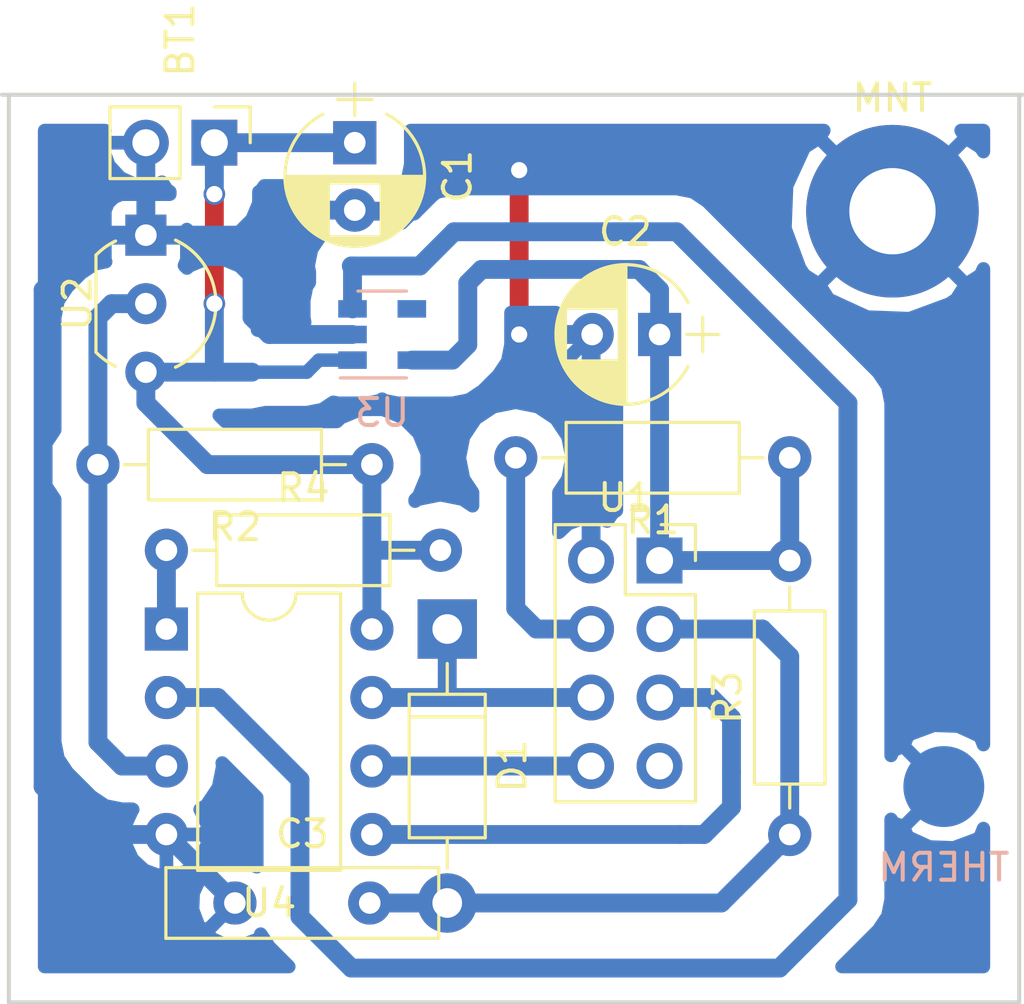
<source format=kicad_pcb>
(kicad_pcb (version 4) (host pcbnew 4.0.7-e2-6376~58~ubuntu16.04.1)

  (general
    (links 31)
    (no_connects 1)
    (area 122.225999 79.299999 160.222001 113.105001)
    (thickness 1.6)
    (drawings 4)
    (tracks 98)
    (zones 0)
    (modules 15)
    (nets 14)
  )

  (page A4)
  (layers
    (0 F.Cu signal)
    (31 B.Cu signal)
    (32 B.Adhes user hide)
    (33 F.Adhes user hide)
    (34 B.Paste user hide)
    (35 F.Paste user hide)
    (36 B.SilkS user)
    (37 F.SilkS user)
    (38 B.Mask user hide)
    (39 F.Mask user hide)
    (40 Dwgs.User user hide)
    (41 Cmts.User user hide)
    (42 Eco1.User user hide)
    (43 Eco2.User user hide)
    (44 Edge.Cuts user)
    (45 Margin user hide)
    (46 B.CrtYd user hide)
    (47 F.CrtYd user hide)
    (48 B.Fab user hide)
    (49 F.Fab user hide)
  )

  (setup
    (last_trace_width 0.7)
    (trace_clearance 0.2)
    (zone_clearance 1)
    (zone_45_only yes)
    (trace_min 0.5)
    (segment_width 0.2)
    (edge_width 0.15)
    (via_size 0.8)
    (via_drill 0.6)
    (via_min_size 0.7)
    (via_min_drill 0.6)
    (uvia_size 0.3)
    (uvia_drill 0.1)
    (uvias_allowed no)
    (uvia_min_size 0.2)
    (uvia_min_drill 0.1)
    (pcb_text_width 0.3)
    (pcb_text_size 1.5 1.5)
    (mod_edge_width 0.15)
    (mod_text_size 1 1)
    (mod_text_width 0.15)
    (pad_size 6.4 6.4)
    (pad_drill 3.2)
    (pad_to_mask_clearance 0.2)
    (aux_axis_origin 0 0)
    (visible_elements 7FFFFFFF)
    (pcbplotparams
      (layerselection 0x00030_80000001)
      (usegerberextensions false)
      (excludeedgelayer true)
      (linewidth 0.100000)
      (plotframeref false)
      (viasonmask false)
      (mode 1)
      (useauxorigin false)
      (hpglpennumber 1)
      (hpglpenspeed 20)
      (hpglpendiameter 15)
      (hpglpenoverlay 2)
      (psnegative false)
      (psa4output false)
      (plotreference true)
      (plotvalue true)
      (plotinvisibletext false)
      (padsonsilk false)
      (subtractmaskfromsilk false)
      (outputformat 1)
      (mirror false)
      (drillshape 1)
      (scaleselection 1)
      (outputdirectory ""))
  )

  (net 0 "")
  (net 1 VCC)
  (net 2 GND)
  (net 3 VDD)
  (net 4 "Net-(R1-Pad2)")
  (net 5 "Net-(R2-Pad2)")
  (net 6 "Net-(R4-Pad1)")
  (net 7 "Net-(U1-Pad5)")
  (net 8 "Net-(U1-Pad7)")
  (net 9 "Net-(U1-Pad8)")
  (net 10 TR_EN)
  (net 11 "Net-(U3-Pad4)")
  (net 12 "Net-(C3-Pad2)")
  (net 13 "Net-(D1-Pad1)")

  (net_class Default "Ceci est la Netclass par défaut"
    (clearance 0.2)
    (trace_width 0.7)
    (via_dia 0.8)
    (via_drill 0.6)
    (uvia_dia 0.3)
    (uvia_drill 0.1)
    (add_net "Net-(C3-Pad2)")
    (add_net "Net-(D1-Pad1)")
    (add_net "Net-(R1-Pad2)")
    (add_net "Net-(R2-Pad2)")
    (add_net "Net-(R4-Pad1)")
    (add_net "Net-(U1-Pad5)")
    (add_net "Net-(U1-Pad7)")
    (add_net "Net-(U1-Pad8)")
    (add_net "Net-(U3-Pad4)")
    (add_net TR_EN)
    (add_net VCC)
    (add_net VDD)
  )

  (net_class Ground ""
    (clearance 0.2)
    (trace_width 0.7)
    (via_dia 0.8)
    (via_drill 0.6)
    (uvia_dia 0.3)
    (uvia_drill 0.1)
    (add_net GND)
  )

  (net_class smd ""
    (clearance 0.2)
    (trace_width 0.5)
    (via_dia 0.8)
    (via_drill 0.6)
    (uvia_dia 0.3)
    (uvia_drill 0.1)
  )

  (module Housings_DIP:DIP-8_W7.62mm (layer F.Cu) (tedit 5B2A3E19) (tstamp 5B2A2926)
    (at 128.397 99.187)
    (descr "8-lead though-hole mounted DIP package, row spacing 7.62 mm (300 mils)")
    (tags "THT DIP DIL PDIP 2.54mm 7.62mm 300mil")
    (path /5B2A3CC0)
    (fp_text reference U4 (at 3.81 10.16) (layer F.SilkS)
      (effects (font (size 1 1) (thickness 0.15)))
    )
    (fp_text value ATTINY13A-PU (at 3.81 9.95) (layer F.Fab)
      (effects (font (size 1 1) (thickness 0.15)))
    )
    (fp_arc (start 3.81 -1.33) (end 2.81 -1.33) (angle -180) (layer F.SilkS) (width 0.12))
    (fp_line (start 1.635 -1.27) (end 6.985 -1.27) (layer F.Fab) (width 0.1))
    (fp_line (start 6.985 -1.27) (end 6.985 8.89) (layer F.Fab) (width 0.1))
    (fp_line (start 6.985 8.89) (end 0.635 8.89) (layer F.Fab) (width 0.1))
    (fp_line (start 0.635 8.89) (end 0.635 -0.27) (layer F.Fab) (width 0.1))
    (fp_line (start 0.635 -0.27) (end 1.635 -1.27) (layer F.Fab) (width 0.1))
    (fp_line (start 2.81 -1.33) (end 1.16 -1.33) (layer F.SilkS) (width 0.12))
    (fp_line (start 1.16 -1.33) (end 1.16 8.95) (layer F.SilkS) (width 0.12))
    (fp_line (start 1.16 8.95) (end 6.46 8.95) (layer F.SilkS) (width 0.12))
    (fp_line (start 6.46 8.95) (end 6.46 -1.33) (layer F.SilkS) (width 0.12))
    (fp_line (start 6.46 -1.33) (end 4.81 -1.33) (layer F.SilkS) (width 0.12))
    (fp_line (start -1.1 -1.55) (end -1.1 9.15) (layer F.CrtYd) (width 0.05))
    (fp_line (start -1.1 9.15) (end 8.7 9.15) (layer F.CrtYd) (width 0.05))
    (fp_line (start 8.7 9.15) (end 8.7 -1.55) (layer F.CrtYd) (width 0.05))
    (fp_line (start 8.7 -1.55) (end -1.1 -1.55) (layer F.CrtYd) (width 0.05))
    (fp_text user %R (at 3.81 3.81) (layer F.Fab)
      (effects (font (size 1 1) (thickness 0.15)))
    )
    (pad 1 thru_hole rect (at 0 0) (size 1.6 1.6) (drill 0.8) (layers *.Cu *.Mask)
      (net 6 "Net-(R4-Pad1)"))
    (pad 5 thru_hole oval (at 7.62 7.62) (size 1.6 1.6) (drill 0.8) (layers *.Cu *.Mask)
      (net 7 "Net-(U1-Pad5)"))
    (pad 2 thru_hole oval (at 0 2.54) (size 1.6 1.6) (drill 0.8) (layers *.Cu *.Mask)
      (net 10 TR_EN))
    (pad 6 thru_hole oval (at 7.62 5.08) (size 1.6 1.6) (drill 0.8) (layers *.Cu *.Mask)
      (net 9 "Net-(U1-Pad8)"))
    (pad 3 thru_hole oval (at 0 5.08) (size 1.6 1.6) (drill 0.8) (layers *.Cu *.Mask)
      (net 5 "Net-(R2-Pad2)"))
    (pad 7 thru_hole oval (at 7.62 2.54) (size 1.6 1.6) (drill 0.8) (layers *.Cu *.Mask)
      (net 13 "Net-(D1-Pad1)"))
    (pad 4 thru_hole oval (at 0 7.62) (size 1.6 1.6) (drill 0.8) (layers *.Cu *.Mask)
      (net 2 GND))
    (pad 8 thru_hole oval (at 7.62 0) (size 1.6 1.6) (drill 0.8) (layers *.Cu *.Mask)
      (net 1 VCC))
    (model ${KISYS3DMOD}/Housings_DIP.3dshapes/DIP-8_W7.62mm.wrl
      (at (xyz 0 0 0))
      (scale (xyz 1 1 1))
      (rotate (xyz 0 0 0))
    )
  )

  (module Socket_Strips:Socket_Strip_Straight_1x02_Pitch2.54mm (layer F.Cu) (tedit 5B2A3F3C) (tstamp 5B2A286C)
    (at 130.175 81.153 270)
    (descr "Through hole straight socket strip, 1x02, 2.54mm pitch, single row")
    (tags "Through hole socket strip THT 1x02 2.54mm single row")
    (path /5B2A1C29)
    (fp_text reference BT1 (at -3.81 1.27 270) (layer F.SilkS)
      (effects (font (size 1 1) (thickness 0.15)))
    )
    (fp_text value Battery_Cell (at 0 4.87 270) (layer F.Fab)
      (effects (font (size 1 1) (thickness 0.15)))
    )
    (fp_line (start -1.27 -1.27) (end -1.27 3.81) (layer F.Fab) (width 0.1))
    (fp_line (start -1.27 3.81) (end 1.27 3.81) (layer F.Fab) (width 0.1))
    (fp_line (start 1.27 3.81) (end 1.27 -1.27) (layer F.Fab) (width 0.1))
    (fp_line (start 1.27 -1.27) (end -1.27 -1.27) (layer F.Fab) (width 0.1))
    (fp_line (start -1.33 1.27) (end -1.33 3.87) (layer F.SilkS) (width 0.12))
    (fp_line (start -1.33 3.87) (end 1.33 3.87) (layer F.SilkS) (width 0.12))
    (fp_line (start 1.33 3.87) (end 1.33 1.27) (layer F.SilkS) (width 0.12))
    (fp_line (start 1.33 1.27) (end -1.33 1.27) (layer F.SilkS) (width 0.12))
    (fp_line (start -1.33 0) (end -1.33 -1.33) (layer F.SilkS) (width 0.12))
    (fp_line (start -1.33 -1.33) (end 0 -1.33) (layer F.SilkS) (width 0.12))
    (fp_line (start -1.8 -1.8) (end -1.8 4.35) (layer F.CrtYd) (width 0.05))
    (fp_line (start -1.8 4.35) (end 1.8 4.35) (layer F.CrtYd) (width 0.05))
    (fp_line (start 1.8 4.35) (end 1.8 -1.8) (layer F.CrtYd) (width 0.05))
    (fp_line (start 1.8 -1.8) (end -1.8 -1.8) (layer F.CrtYd) (width 0.05))
    (fp_text user %R (at 0 -2.33 270) (layer F.Fab)
      (effects (font (size 1 1) (thickness 0.15)))
    )
    (pad 1 thru_hole rect (at 0 0 270) (size 1.7 1.7) (drill 1) (layers *.Cu *.Mask)
      (net 1 VCC))
    (pad 2 thru_hole oval (at 0 2.54 270) (size 1.7 1.7) (drill 1) (layers *.Cu *.Mask)
      (net 2 GND))
    (model ${KISYS3DMOD}/Socket_Strips.3dshapes/Socket_Strip_Straight_1x02_Pitch2.54mm.wrl
      (at (xyz 0 -0.05 0))
      (scale (xyz 1 1 1))
      (rotate (xyz 0 0 270))
    )
  )

  (module Resistors_THT:R_Axial_DIN0207_L6.3mm_D2.5mm_P10.16mm_Horizontal (layer F.Cu) (tedit 5874F706) (tstamp 5B2A2882)
    (at 151.511 92.837 180)
    (descr "Resistor, Axial_DIN0207 series, Axial, Horizontal, pin pitch=10.16mm, 0.25W = 1/4W, length*diameter=6.3*2.5mm^2, http://cdn-reichelt.de/documents/datenblatt/B400/1_4W%23YAG.pdf")
    (tags "Resistor Axial_DIN0207 series Axial Horizontal pin pitch 10.16mm 0.25W = 1/4W length 6.3mm diameter 2.5mm")
    (path /5BDD6BC5)
    (fp_text reference R1 (at 5.08 -2.31 180) (layer F.SilkS)
      (effects (font (size 1 1) (thickness 0.15)))
    )
    (fp_text value 1k (at 5.08 2.31 180) (layer F.Fab)
      (effects (font (size 1 1) (thickness 0.15)))
    )
    (fp_line (start 1.93 -1.25) (end 1.93 1.25) (layer F.Fab) (width 0.1))
    (fp_line (start 1.93 1.25) (end 8.23 1.25) (layer F.Fab) (width 0.1))
    (fp_line (start 8.23 1.25) (end 8.23 -1.25) (layer F.Fab) (width 0.1))
    (fp_line (start 8.23 -1.25) (end 1.93 -1.25) (layer F.Fab) (width 0.1))
    (fp_line (start 0 0) (end 1.93 0) (layer F.Fab) (width 0.1))
    (fp_line (start 10.16 0) (end 8.23 0) (layer F.Fab) (width 0.1))
    (fp_line (start 1.87 -1.31) (end 1.87 1.31) (layer F.SilkS) (width 0.12))
    (fp_line (start 1.87 1.31) (end 8.29 1.31) (layer F.SilkS) (width 0.12))
    (fp_line (start 8.29 1.31) (end 8.29 -1.31) (layer F.SilkS) (width 0.12))
    (fp_line (start 8.29 -1.31) (end 1.87 -1.31) (layer F.SilkS) (width 0.12))
    (fp_line (start 0.98 0) (end 1.87 0) (layer F.SilkS) (width 0.12))
    (fp_line (start 9.18 0) (end 8.29 0) (layer F.SilkS) (width 0.12))
    (fp_line (start -1.05 -1.6) (end -1.05 1.6) (layer F.CrtYd) (width 0.05))
    (fp_line (start -1.05 1.6) (end 11.25 1.6) (layer F.CrtYd) (width 0.05))
    (fp_line (start 11.25 1.6) (end 11.25 -1.6) (layer F.CrtYd) (width 0.05))
    (fp_line (start 11.25 -1.6) (end -1.05 -1.6) (layer F.CrtYd) (width 0.05))
    (pad 1 thru_hole circle (at 0 0 180) (size 1.6 1.6) (drill 0.8) (layers *.Cu *.Mask)
      (net 3 VDD))
    (pad 2 thru_hole oval (at 10.16 0 180) (size 1.6 1.6) (drill 0.8) (layers *.Cu *.Mask)
      (net 4 "Net-(R1-Pad2)"))
    (model ${KISYS3DMOD}/Resistors_THT.3dshapes/R_Axial_DIN0207_L6.3mm_D2.5mm_P10.16mm_Horizontal.wrl
      (at (xyz 0 0 0))
      (scale (xyz 0.393701 0.393701 0.393701))
      (rotate (xyz 0 0 0))
    )
  )

  (module Resistors_THT:R_Axial_DIN0207_L6.3mm_D2.5mm_P10.16mm_Horizontal (layer F.Cu) (tedit 5874F706) (tstamp 5B2A2898)
    (at 136.017 93.091 180)
    (descr "Resistor, Axial_DIN0207 series, Axial, Horizontal, pin pitch=10.16mm, 0.25W = 1/4W, length*diameter=6.3*2.5mm^2, http://cdn-reichelt.de/documents/datenblatt/B400/1_4W%23YAG.pdf")
    (tags "Resistor Axial_DIN0207 series Axial Horizontal pin pitch 10.16mm 0.25W = 1/4W length 6.3mm diameter 2.5mm")
    (path /5B2A12B9)
    (fp_text reference R2 (at 5.08 -2.31 180) (layer F.SilkS)
      (effects (font (size 1 1) (thickness 0.15)))
    )
    (fp_text value 4.7k (at 5.08 2.31 180) (layer F.Fab)
      (effects (font (size 1 1) (thickness 0.15)))
    )
    (fp_line (start 1.93 -1.25) (end 1.93 1.25) (layer F.Fab) (width 0.1))
    (fp_line (start 1.93 1.25) (end 8.23 1.25) (layer F.Fab) (width 0.1))
    (fp_line (start 8.23 1.25) (end 8.23 -1.25) (layer F.Fab) (width 0.1))
    (fp_line (start 8.23 -1.25) (end 1.93 -1.25) (layer F.Fab) (width 0.1))
    (fp_line (start 0 0) (end 1.93 0) (layer F.Fab) (width 0.1))
    (fp_line (start 10.16 0) (end 8.23 0) (layer F.Fab) (width 0.1))
    (fp_line (start 1.87 -1.31) (end 1.87 1.31) (layer F.SilkS) (width 0.12))
    (fp_line (start 1.87 1.31) (end 8.29 1.31) (layer F.SilkS) (width 0.12))
    (fp_line (start 8.29 1.31) (end 8.29 -1.31) (layer F.SilkS) (width 0.12))
    (fp_line (start 8.29 -1.31) (end 1.87 -1.31) (layer F.SilkS) (width 0.12))
    (fp_line (start 0.98 0) (end 1.87 0) (layer F.SilkS) (width 0.12))
    (fp_line (start 9.18 0) (end 8.29 0) (layer F.SilkS) (width 0.12))
    (fp_line (start -1.05 -1.6) (end -1.05 1.6) (layer F.CrtYd) (width 0.05))
    (fp_line (start -1.05 1.6) (end 11.25 1.6) (layer F.CrtYd) (width 0.05))
    (fp_line (start 11.25 1.6) (end 11.25 -1.6) (layer F.CrtYd) (width 0.05))
    (fp_line (start 11.25 -1.6) (end -1.05 -1.6) (layer F.CrtYd) (width 0.05))
    (pad 1 thru_hole circle (at 0 0 180) (size 1.6 1.6) (drill 0.8) (layers *.Cu *.Mask)
      (net 1 VCC))
    (pad 2 thru_hole oval (at 10.16 0 180) (size 1.6 1.6) (drill 0.8) (layers *.Cu *.Mask)
      (net 5 "Net-(R2-Pad2)"))
    (model ${KISYS3DMOD}/Resistors_THT.3dshapes/R_Axial_DIN0207_L6.3mm_D2.5mm_P10.16mm_Horizontal.wrl
      (at (xyz 0 0 0))
      (scale (xyz 0.393701 0.393701 0.393701))
      (rotate (xyz 0 0 0))
    )
  )

  (module Resistors_THT:R_Axial_DIN0207_L6.3mm_D2.5mm_P10.16mm_Horizontal (layer F.Cu) (tedit 5874F706) (tstamp 5B2A28C4)
    (at 128.397 96.266)
    (descr "Resistor, Axial_DIN0207 series, Axial, Horizontal, pin pitch=10.16mm, 0.25W = 1/4W, length*diameter=6.3*2.5mm^2, http://cdn-reichelt.de/documents/datenblatt/B400/1_4W%23YAG.pdf")
    (tags "Resistor Axial_DIN0207 series Axial Horizontal pin pitch 10.16mm 0.25W = 1/4W length 6.3mm diameter 2.5mm")
    (path /5B2A14A0)
    (fp_text reference R4 (at 5.08 -2.31) (layer F.SilkS)
      (effects (font (size 1 1) (thickness 0.15)))
    )
    (fp_text value 10k (at 5.08 2.31) (layer F.Fab)
      (effects (font (size 1 1) (thickness 0.15)))
    )
    (fp_line (start 1.93 -1.25) (end 1.93 1.25) (layer F.Fab) (width 0.1))
    (fp_line (start 1.93 1.25) (end 8.23 1.25) (layer F.Fab) (width 0.1))
    (fp_line (start 8.23 1.25) (end 8.23 -1.25) (layer F.Fab) (width 0.1))
    (fp_line (start 8.23 -1.25) (end 1.93 -1.25) (layer F.Fab) (width 0.1))
    (fp_line (start 0 0) (end 1.93 0) (layer F.Fab) (width 0.1))
    (fp_line (start 10.16 0) (end 8.23 0) (layer F.Fab) (width 0.1))
    (fp_line (start 1.87 -1.31) (end 1.87 1.31) (layer F.SilkS) (width 0.12))
    (fp_line (start 1.87 1.31) (end 8.29 1.31) (layer F.SilkS) (width 0.12))
    (fp_line (start 8.29 1.31) (end 8.29 -1.31) (layer F.SilkS) (width 0.12))
    (fp_line (start 8.29 -1.31) (end 1.87 -1.31) (layer F.SilkS) (width 0.12))
    (fp_line (start 0.98 0) (end 1.87 0) (layer F.SilkS) (width 0.12))
    (fp_line (start 9.18 0) (end 8.29 0) (layer F.SilkS) (width 0.12))
    (fp_line (start -1.05 -1.6) (end -1.05 1.6) (layer F.CrtYd) (width 0.05))
    (fp_line (start -1.05 1.6) (end 11.25 1.6) (layer F.CrtYd) (width 0.05))
    (fp_line (start 11.25 1.6) (end 11.25 -1.6) (layer F.CrtYd) (width 0.05))
    (fp_line (start 11.25 -1.6) (end -1.05 -1.6) (layer F.CrtYd) (width 0.05))
    (pad 1 thru_hole circle (at 0 0) (size 1.6 1.6) (drill 0.8) (layers *.Cu *.Mask)
      (net 6 "Net-(R4-Pad1)"))
    (pad 2 thru_hole oval (at 10.16 0) (size 1.6 1.6) (drill 0.8) (layers *.Cu *.Mask)
      (net 1 VCC))
    (model ${KISYS3DMOD}/Resistors_THT.3dshapes/R_Axial_DIN0207_L6.3mm_D2.5mm_P10.16mm_Horizontal.wrl
      (at (xyz 0 0 0))
      (scale (xyz 0.393701 0.393701 0.393701))
      (rotate (xyz 0 0 0))
    )
  )

  (module Socket_Strips:Socket_Strip_Straight_2x04_Pitch2.54mm (layer F.Cu) (tedit 58CD5448) (tstamp 5B2A28E1)
    (at 146.685 96.647)
    (descr "Through hole straight socket strip, 2x04, 2.54mm pitch, double rows")
    (tags "Through hole socket strip THT 2x04 2.54mm double row")
    (path /5B2A0C9C)
    (fp_text reference U1 (at -1.27 -2.33) (layer F.SilkS)
      (effects (font (size 1 1) (thickness 0.15)))
    )
    (fp_text value nRF24L01 (at -1.27 9.95) (layer F.Fab)
      (effects (font (size 1 1) (thickness 0.15)))
    )
    (fp_line (start -3.81 -1.27) (end -3.81 8.89) (layer F.Fab) (width 0.1))
    (fp_line (start -3.81 8.89) (end 1.27 8.89) (layer F.Fab) (width 0.1))
    (fp_line (start 1.27 8.89) (end 1.27 -1.27) (layer F.Fab) (width 0.1))
    (fp_line (start 1.27 -1.27) (end -3.81 -1.27) (layer F.Fab) (width 0.1))
    (fp_line (start 1.33 1.27) (end 1.33 8.95) (layer F.SilkS) (width 0.12))
    (fp_line (start 1.33 8.95) (end -3.87 8.95) (layer F.SilkS) (width 0.12))
    (fp_line (start -3.87 8.95) (end -3.87 -1.33) (layer F.SilkS) (width 0.12))
    (fp_line (start -3.87 -1.33) (end -1.27 -1.33) (layer F.SilkS) (width 0.12))
    (fp_line (start -1.27 -1.33) (end -1.27 1.27) (layer F.SilkS) (width 0.12))
    (fp_line (start -1.27 1.27) (end 1.33 1.27) (layer F.SilkS) (width 0.12))
    (fp_line (start 1.33 0) (end 1.33 -1.33) (layer F.SilkS) (width 0.12))
    (fp_line (start 1.33 -1.33) (end 0.06 -1.33) (layer F.SilkS) (width 0.12))
    (fp_line (start -4.35 -1.8) (end -4.35 9.4) (layer F.CrtYd) (width 0.05))
    (fp_line (start -4.35 9.4) (end 1.8 9.4) (layer F.CrtYd) (width 0.05))
    (fp_line (start 1.8 9.4) (end 1.8 -1.8) (layer F.CrtYd) (width 0.05))
    (fp_line (start 1.8 -1.8) (end -4.35 -1.8) (layer F.CrtYd) (width 0.05))
    (fp_text user %R (at -1.27 -2.33) (layer F.Fab)
      (effects (font (size 1 1) (thickness 0.15)))
    )
    (pad 1 thru_hole rect (at 0 0) (size 1.7 1.7) (drill 1) (layers *.Cu *.Mask)
      (net 3 VDD))
    (pad 2 thru_hole oval (at -2.54 0) (size 1.7 1.7) (drill 1) (layers *.Cu *.Mask)
      (net 2 GND))
    (pad 3 thru_hole oval (at 0 2.54) (size 1.7 1.7) (drill 1) (layers *.Cu *.Mask)
      (net 12 "Net-(C3-Pad2)"))
    (pad 4 thru_hole oval (at -2.54 2.54) (size 1.7 1.7) (drill 1) (layers *.Cu *.Mask)
      (net 4 "Net-(R1-Pad2)"))
    (pad 5 thru_hole oval (at 0 5.08) (size 1.7 1.7) (drill 1) (layers *.Cu *.Mask)
      (net 7 "Net-(U1-Pad5)"))
    (pad 6 thru_hole oval (at -2.54 5.08) (size 1.7 1.7) (drill 1) (layers *.Cu *.Mask)
      (net 13 "Net-(D1-Pad1)"))
    (pad 7 thru_hole oval (at 0 7.62) (size 1.7 1.7) (drill 1) (layers *.Cu *.Mask)
      (net 8 "Net-(U1-Pad7)"))
    (pad 8 thru_hole oval (at -2.54 7.62) (size 1.7 1.7) (drill 1) (layers *.Cu *.Mask)
      (net 9 "Net-(U1-Pad8)"))
    (model ${KISYS3DMOD}/Socket_Strips.3dshapes/Socket_Strip_Straight_2x04_Pitch2.54mm.wrl
      (at (xyz -0.05 -0.15 0))
      (scale (xyz 1 1 1))
      (rotate (xyz 0 0 270))
    )
  )

  (module TO_SOT_Packages_THT:TO-92_Inline_Wide (layer F.Cu) (tedit 5B2A3F36) (tstamp 5B2A28F5)
    (at 127.635 84.582 270)
    (descr "TO-92 leads in-line, wide, drill 0.8mm (see NXP sot054_po.pdf)")
    (tags "to-92 sc-43 sc-43a sot54 PA33 transistor")
    (path /5B2A0EFA)
    (fp_text reference U2 (at 2.54 2.54 450) (layer F.SilkS)
      (effects (font (size 1 1) (thickness 0.15)))
    )
    (fp_text value DS18B20 (at 2.54 2.79 270) (layer F.Fab)
      (effects (font (size 1 1) (thickness 0.15)))
    )
    (fp_text user %R (at 2.54 -3.56 450) (layer F.Fab)
      (effects (font (size 1 1) (thickness 0.15)))
    )
    (fp_line (start 0.74 1.85) (end 4.34 1.85) (layer F.SilkS) (width 0.12))
    (fp_line (start 0.8 1.75) (end 4.3 1.75) (layer F.Fab) (width 0.1))
    (fp_line (start -1.01 -2.73) (end 6.09 -2.73) (layer F.CrtYd) (width 0.05))
    (fp_line (start -1.01 -2.73) (end -1.01 2.01) (layer F.CrtYd) (width 0.05))
    (fp_line (start 6.09 2.01) (end 6.09 -2.73) (layer F.CrtYd) (width 0.05))
    (fp_line (start 6.09 2.01) (end -1.01 2.01) (layer F.CrtYd) (width 0.05))
    (fp_arc (start 2.54 0) (end 0.74 1.85) (angle 20) (layer F.SilkS) (width 0.12))
    (fp_arc (start 2.54 0) (end 2.54 -2.6) (angle -65) (layer F.SilkS) (width 0.12))
    (fp_arc (start 2.54 0) (end 2.54 -2.6) (angle 65) (layer F.SilkS) (width 0.12))
    (fp_arc (start 2.54 0) (end 2.54 -2.48) (angle 135) (layer F.Fab) (width 0.1))
    (fp_arc (start 2.54 0) (end 2.54 -2.48) (angle -135) (layer F.Fab) (width 0.1))
    (fp_arc (start 2.54 0) (end 4.34 1.85) (angle -20) (layer F.SilkS) (width 0.12))
    (pad 2 thru_hole circle (at 2.54 0) (size 1.52 1.52) (drill 0.8) (layers *.Cu *.Mask)
      (net 5 "Net-(R2-Pad2)"))
    (pad 3 thru_hole circle (at 5.08 0) (size 1.52 1.52) (drill 0.8) (layers *.Cu *.Mask)
      (net 1 VCC))
    (pad 1 thru_hole rect (at 0 0) (size 1.52 1.52) (drill 0.8) (layers *.Cu *.Mask)
      (net 2 GND))
    (model ${KISYS3DMOD}/TO_SOT_Packages_THT.3dshapes/TO-92_Inline_Wide.wrl
      (at (xyz 0.1 0 0))
      (scale (xyz 1 1 1))
      (rotate (xyz 0 0 -90))
    )
  )

  (module TO_SOT_Packages_SMD:SOT-23-5 (layer B.Cu) (tedit 58CE4E7E) (tstamp 5B2A290A)
    (at 136.398 88.265)
    (descr "5-pin SOT23 package")
    (tags SOT-23-5)
    (path /5B2A32CA)
    (attr smd)
    (fp_text reference U3 (at 0 2.9) (layer B.SilkS)
      (effects (font (size 1 1) (thickness 0.15)) (justify mirror))
    )
    (fp_text value LD2980 (at 0 -2.9) (layer B.Fab)
      (effects (font (size 1 1) (thickness 0.15)) (justify mirror))
    )
    (fp_text user %R (at 0 0 270) (layer B.Fab)
      (effects (font (size 0.5 0.5) (thickness 0.075)) (justify mirror))
    )
    (fp_line (start -0.9 -1.61) (end 0.9 -1.61) (layer B.SilkS) (width 0.12))
    (fp_line (start 0.9 1.61) (end -1.55 1.61) (layer B.SilkS) (width 0.12))
    (fp_line (start -1.9 1.8) (end 1.9 1.8) (layer B.CrtYd) (width 0.05))
    (fp_line (start 1.9 1.8) (end 1.9 -1.8) (layer B.CrtYd) (width 0.05))
    (fp_line (start 1.9 -1.8) (end -1.9 -1.8) (layer B.CrtYd) (width 0.05))
    (fp_line (start -1.9 -1.8) (end -1.9 1.8) (layer B.CrtYd) (width 0.05))
    (fp_line (start -0.9 0.9) (end -0.25 1.55) (layer B.Fab) (width 0.1))
    (fp_line (start 0.9 1.55) (end -0.25 1.55) (layer B.Fab) (width 0.1))
    (fp_line (start -0.9 0.9) (end -0.9 -1.55) (layer B.Fab) (width 0.1))
    (fp_line (start 0.9 -1.55) (end -0.9 -1.55) (layer B.Fab) (width 0.1))
    (fp_line (start 0.9 1.55) (end 0.9 -1.55) (layer B.Fab) (width 0.1))
    (pad 1 smd rect (at -1.1 0.95) (size 1.06 0.65) (layers B.Cu B.Paste B.Mask)
      (net 1 VCC))
    (pad 2 smd rect (at -1.1 0) (size 1.06 0.65) (layers B.Cu B.Paste B.Mask)
      (net 2 GND))
    (pad 3 smd rect (at -1.1 -0.95) (size 1.06 0.65) (layers B.Cu B.Paste B.Mask)
      (net 10 TR_EN))
    (pad 4 smd rect (at 1.1 -0.95) (size 1.06 0.65) (layers B.Cu B.Paste B.Mask)
      (net 11 "Net-(U3-Pad4)"))
    (pad 5 smd rect (at 1.1 0.95) (size 1.06 0.65) (layers B.Cu B.Paste B.Mask)
      (net 3 VDD))
    (model ${KISYS3DMOD}/TO_SOT_Packages_SMD.3dshapes/SOT-23-5.wrl
      (at (xyz 0 0 0))
      (scale (xyz 1 1 1))
      (rotate (xyz 0 0 0))
    )
  )

  (module Capacitors_THT:CP_Radial_D5.0mm_P2.50mm (layer F.Cu) (tedit 597BC7C2) (tstamp 5B2A2CCA)
    (at 135.382 81.153 270)
    (descr "CP, Radial series, Radial, pin pitch=2.50mm, , diameter=5mm, Electrolytic Capacitor")
    (tags "CP Radial series Radial pin pitch 2.50mm  diameter 5mm Electrolytic Capacitor")
    (path /5B2A41AA)
    (fp_text reference C1 (at 1.25 -3.81 270) (layer F.SilkS)
      (effects (font (size 1 1) (thickness 0.15)))
    )
    (fp_text value 1µF (at 1.25 3.81 270) (layer F.Fab)
      (effects (font (size 1 1) (thickness 0.15)))
    )
    (fp_arc (start 1.25 0) (end -1.05558 -1.18) (angle 125.8) (layer F.SilkS) (width 0.12))
    (fp_arc (start 1.25 0) (end -1.05558 1.18) (angle -125.8) (layer F.SilkS) (width 0.12))
    (fp_arc (start 1.25 0) (end 3.55558 -1.18) (angle 54.2) (layer F.SilkS) (width 0.12))
    (fp_circle (center 1.25 0) (end 3.75 0) (layer F.Fab) (width 0.1))
    (fp_line (start -2.2 0) (end -1 0) (layer F.Fab) (width 0.1))
    (fp_line (start -1.6 -0.65) (end -1.6 0.65) (layer F.Fab) (width 0.1))
    (fp_line (start 1.25 -2.55) (end 1.25 2.55) (layer F.SilkS) (width 0.12))
    (fp_line (start 1.29 -2.55) (end 1.29 2.55) (layer F.SilkS) (width 0.12))
    (fp_line (start 1.33 -2.549) (end 1.33 2.549) (layer F.SilkS) (width 0.12))
    (fp_line (start 1.37 -2.548) (end 1.37 2.548) (layer F.SilkS) (width 0.12))
    (fp_line (start 1.41 -2.546) (end 1.41 2.546) (layer F.SilkS) (width 0.12))
    (fp_line (start 1.45 -2.543) (end 1.45 2.543) (layer F.SilkS) (width 0.12))
    (fp_line (start 1.49 -2.539) (end 1.49 2.539) (layer F.SilkS) (width 0.12))
    (fp_line (start 1.53 -2.535) (end 1.53 -0.98) (layer F.SilkS) (width 0.12))
    (fp_line (start 1.53 0.98) (end 1.53 2.535) (layer F.SilkS) (width 0.12))
    (fp_line (start 1.57 -2.531) (end 1.57 -0.98) (layer F.SilkS) (width 0.12))
    (fp_line (start 1.57 0.98) (end 1.57 2.531) (layer F.SilkS) (width 0.12))
    (fp_line (start 1.61 -2.525) (end 1.61 -0.98) (layer F.SilkS) (width 0.12))
    (fp_line (start 1.61 0.98) (end 1.61 2.525) (layer F.SilkS) (width 0.12))
    (fp_line (start 1.65 -2.519) (end 1.65 -0.98) (layer F.SilkS) (width 0.12))
    (fp_line (start 1.65 0.98) (end 1.65 2.519) (layer F.SilkS) (width 0.12))
    (fp_line (start 1.69 -2.513) (end 1.69 -0.98) (layer F.SilkS) (width 0.12))
    (fp_line (start 1.69 0.98) (end 1.69 2.513) (layer F.SilkS) (width 0.12))
    (fp_line (start 1.73 -2.506) (end 1.73 -0.98) (layer F.SilkS) (width 0.12))
    (fp_line (start 1.73 0.98) (end 1.73 2.506) (layer F.SilkS) (width 0.12))
    (fp_line (start 1.77 -2.498) (end 1.77 -0.98) (layer F.SilkS) (width 0.12))
    (fp_line (start 1.77 0.98) (end 1.77 2.498) (layer F.SilkS) (width 0.12))
    (fp_line (start 1.81 -2.489) (end 1.81 -0.98) (layer F.SilkS) (width 0.12))
    (fp_line (start 1.81 0.98) (end 1.81 2.489) (layer F.SilkS) (width 0.12))
    (fp_line (start 1.85 -2.48) (end 1.85 -0.98) (layer F.SilkS) (width 0.12))
    (fp_line (start 1.85 0.98) (end 1.85 2.48) (layer F.SilkS) (width 0.12))
    (fp_line (start 1.89 -2.47) (end 1.89 -0.98) (layer F.SilkS) (width 0.12))
    (fp_line (start 1.89 0.98) (end 1.89 2.47) (layer F.SilkS) (width 0.12))
    (fp_line (start 1.93 -2.46) (end 1.93 -0.98) (layer F.SilkS) (width 0.12))
    (fp_line (start 1.93 0.98) (end 1.93 2.46) (layer F.SilkS) (width 0.12))
    (fp_line (start 1.971 -2.448) (end 1.971 -0.98) (layer F.SilkS) (width 0.12))
    (fp_line (start 1.971 0.98) (end 1.971 2.448) (layer F.SilkS) (width 0.12))
    (fp_line (start 2.011 -2.436) (end 2.011 -0.98) (layer F.SilkS) (width 0.12))
    (fp_line (start 2.011 0.98) (end 2.011 2.436) (layer F.SilkS) (width 0.12))
    (fp_line (start 2.051 -2.424) (end 2.051 -0.98) (layer F.SilkS) (width 0.12))
    (fp_line (start 2.051 0.98) (end 2.051 2.424) (layer F.SilkS) (width 0.12))
    (fp_line (start 2.091 -2.41) (end 2.091 -0.98) (layer F.SilkS) (width 0.12))
    (fp_line (start 2.091 0.98) (end 2.091 2.41) (layer F.SilkS) (width 0.12))
    (fp_line (start 2.131 -2.396) (end 2.131 -0.98) (layer F.SilkS) (width 0.12))
    (fp_line (start 2.131 0.98) (end 2.131 2.396) (layer F.SilkS) (width 0.12))
    (fp_line (start 2.171 -2.382) (end 2.171 -0.98) (layer F.SilkS) (width 0.12))
    (fp_line (start 2.171 0.98) (end 2.171 2.382) (layer F.SilkS) (width 0.12))
    (fp_line (start 2.211 -2.366) (end 2.211 -0.98) (layer F.SilkS) (width 0.12))
    (fp_line (start 2.211 0.98) (end 2.211 2.366) (layer F.SilkS) (width 0.12))
    (fp_line (start 2.251 -2.35) (end 2.251 -0.98) (layer F.SilkS) (width 0.12))
    (fp_line (start 2.251 0.98) (end 2.251 2.35) (layer F.SilkS) (width 0.12))
    (fp_line (start 2.291 -2.333) (end 2.291 -0.98) (layer F.SilkS) (width 0.12))
    (fp_line (start 2.291 0.98) (end 2.291 2.333) (layer F.SilkS) (width 0.12))
    (fp_line (start 2.331 -2.315) (end 2.331 -0.98) (layer F.SilkS) (width 0.12))
    (fp_line (start 2.331 0.98) (end 2.331 2.315) (layer F.SilkS) (width 0.12))
    (fp_line (start 2.371 -2.296) (end 2.371 -0.98) (layer F.SilkS) (width 0.12))
    (fp_line (start 2.371 0.98) (end 2.371 2.296) (layer F.SilkS) (width 0.12))
    (fp_line (start 2.411 -2.276) (end 2.411 -0.98) (layer F.SilkS) (width 0.12))
    (fp_line (start 2.411 0.98) (end 2.411 2.276) (layer F.SilkS) (width 0.12))
    (fp_line (start 2.451 -2.256) (end 2.451 -0.98) (layer F.SilkS) (width 0.12))
    (fp_line (start 2.451 0.98) (end 2.451 2.256) (layer F.SilkS) (width 0.12))
    (fp_line (start 2.491 -2.234) (end 2.491 -0.98) (layer F.SilkS) (width 0.12))
    (fp_line (start 2.491 0.98) (end 2.491 2.234) (layer F.SilkS) (width 0.12))
    (fp_line (start 2.531 -2.212) (end 2.531 -0.98) (layer F.SilkS) (width 0.12))
    (fp_line (start 2.531 0.98) (end 2.531 2.212) (layer F.SilkS) (width 0.12))
    (fp_line (start 2.571 -2.189) (end 2.571 -0.98) (layer F.SilkS) (width 0.12))
    (fp_line (start 2.571 0.98) (end 2.571 2.189) (layer F.SilkS) (width 0.12))
    (fp_line (start 2.611 -2.165) (end 2.611 -0.98) (layer F.SilkS) (width 0.12))
    (fp_line (start 2.611 0.98) (end 2.611 2.165) (layer F.SilkS) (width 0.12))
    (fp_line (start 2.651 -2.14) (end 2.651 -0.98) (layer F.SilkS) (width 0.12))
    (fp_line (start 2.651 0.98) (end 2.651 2.14) (layer F.SilkS) (width 0.12))
    (fp_line (start 2.691 -2.113) (end 2.691 -0.98) (layer F.SilkS) (width 0.12))
    (fp_line (start 2.691 0.98) (end 2.691 2.113) (layer F.SilkS) (width 0.12))
    (fp_line (start 2.731 -2.086) (end 2.731 -0.98) (layer F.SilkS) (width 0.12))
    (fp_line (start 2.731 0.98) (end 2.731 2.086) (layer F.SilkS) (width 0.12))
    (fp_line (start 2.771 -2.058) (end 2.771 -0.98) (layer F.SilkS) (width 0.12))
    (fp_line (start 2.771 0.98) (end 2.771 2.058) (layer F.SilkS) (width 0.12))
    (fp_line (start 2.811 -2.028) (end 2.811 -0.98) (layer F.SilkS) (width 0.12))
    (fp_line (start 2.811 0.98) (end 2.811 2.028) (layer F.SilkS) (width 0.12))
    (fp_line (start 2.851 -1.997) (end 2.851 -0.98) (layer F.SilkS) (width 0.12))
    (fp_line (start 2.851 0.98) (end 2.851 1.997) (layer F.SilkS) (width 0.12))
    (fp_line (start 2.891 -1.965) (end 2.891 -0.98) (layer F.SilkS) (width 0.12))
    (fp_line (start 2.891 0.98) (end 2.891 1.965) (layer F.SilkS) (width 0.12))
    (fp_line (start 2.931 -1.932) (end 2.931 -0.98) (layer F.SilkS) (width 0.12))
    (fp_line (start 2.931 0.98) (end 2.931 1.932) (layer F.SilkS) (width 0.12))
    (fp_line (start 2.971 -1.897) (end 2.971 -0.98) (layer F.SilkS) (width 0.12))
    (fp_line (start 2.971 0.98) (end 2.971 1.897) (layer F.SilkS) (width 0.12))
    (fp_line (start 3.011 -1.861) (end 3.011 -0.98) (layer F.SilkS) (width 0.12))
    (fp_line (start 3.011 0.98) (end 3.011 1.861) (layer F.SilkS) (width 0.12))
    (fp_line (start 3.051 -1.823) (end 3.051 -0.98) (layer F.SilkS) (width 0.12))
    (fp_line (start 3.051 0.98) (end 3.051 1.823) (layer F.SilkS) (width 0.12))
    (fp_line (start 3.091 -1.783) (end 3.091 -0.98) (layer F.SilkS) (width 0.12))
    (fp_line (start 3.091 0.98) (end 3.091 1.783) (layer F.SilkS) (width 0.12))
    (fp_line (start 3.131 -1.742) (end 3.131 -0.98) (layer F.SilkS) (width 0.12))
    (fp_line (start 3.131 0.98) (end 3.131 1.742) (layer F.SilkS) (width 0.12))
    (fp_line (start 3.171 -1.699) (end 3.171 -0.98) (layer F.SilkS) (width 0.12))
    (fp_line (start 3.171 0.98) (end 3.171 1.699) (layer F.SilkS) (width 0.12))
    (fp_line (start 3.211 -1.654) (end 3.211 -0.98) (layer F.SilkS) (width 0.12))
    (fp_line (start 3.211 0.98) (end 3.211 1.654) (layer F.SilkS) (width 0.12))
    (fp_line (start 3.251 -1.606) (end 3.251 -0.98) (layer F.SilkS) (width 0.12))
    (fp_line (start 3.251 0.98) (end 3.251 1.606) (layer F.SilkS) (width 0.12))
    (fp_line (start 3.291 -1.556) (end 3.291 -0.98) (layer F.SilkS) (width 0.12))
    (fp_line (start 3.291 0.98) (end 3.291 1.556) (layer F.SilkS) (width 0.12))
    (fp_line (start 3.331 -1.504) (end 3.331 -0.98) (layer F.SilkS) (width 0.12))
    (fp_line (start 3.331 0.98) (end 3.331 1.504) (layer F.SilkS) (width 0.12))
    (fp_line (start 3.371 -1.448) (end 3.371 -0.98) (layer F.SilkS) (width 0.12))
    (fp_line (start 3.371 0.98) (end 3.371 1.448) (layer F.SilkS) (width 0.12))
    (fp_line (start 3.411 -1.39) (end 3.411 -0.98) (layer F.SilkS) (width 0.12))
    (fp_line (start 3.411 0.98) (end 3.411 1.39) (layer F.SilkS) (width 0.12))
    (fp_line (start 3.451 -1.327) (end 3.451 -0.98) (layer F.SilkS) (width 0.12))
    (fp_line (start 3.451 0.98) (end 3.451 1.327) (layer F.SilkS) (width 0.12))
    (fp_line (start 3.491 -1.261) (end 3.491 1.261) (layer F.SilkS) (width 0.12))
    (fp_line (start 3.531 -1.189) (end 3.531 1.189) (layer F.SilkS) (width 0.12))
    (fp_line (start 3.571 -1.112) (end 3.571 1.112) (layer F.SilkS) (width 0.12))
    (fp_line (start 3.611 -1.028) (end 3.611 1.028) (layer F.SilkS) (width 0.12))
    (fp_line (start 3.651 -0.934) (end 3.651 0.934) (layer F.SilkS) (width 0.12))
    (fp_line (start 3.691 -0.829) (end 3.691 0.829) (layer F.SilkS) (width 0.12))
    (fp_line (start 3.731 -0.707) (end 3.731 0.707) (layer F.SilkS) (width 0.12))
    (fp_line (start 3.771 -0.559) (end 3.771 0.559) (layer F.SilkS) (width 0.12))
    (fp_line (start 3.811 -0.354) (end 3.811 0.354) (layer F.SilkS) (width 0.12))
    (fp_line (start -2.2 0) (end -1 0) (layer F.SilkS) (width 0.12))
    (fp_line (start -1.6 -0.65) (end -1.6 0.65) (layer F.SilkS) (width 0.12))
    (fp_line (start -1.6 -2.85) (end -1.6 2.85) (layer F.CrtYd) (width 0.05))
    (fp_line (start -1.6 2.85) (end 4.1 2.85) (layer F.CrtYd) (width 0.05))
    (fp_line (start 4.1 2.85) (end 4.1 -2.85) (layer F.CrtYd) (width 0.05))
    (fp_line (start 4.1 -2.85) (end -1.6 -2.85) (layer F.CrtYd) (width 0.05))
    (fp_text user %R (at 1.25 0 270) (layer F.Fab)
      (effects (font (size 1 1) (thickness 0.15)))
    )
    (pad 1 thru_hole rect (at 0 0 270) (size 1.6 1.6) (drill 0.8) (layers *.Cu *.Mask)
      (net 1 VCC))
    (pad 2 thru_hole circle (at 2.5 0 270) (size 1.6 1.6) (drill 0.8) (layers *.Cu *.Mask)
      (net 2 GND))
    (model ${KISYS3DMOD}/Capacitors_THT.3dshapes/CP_Radial_D5.0mm_P2.50mm.wrl
      (at (xyz 0 0 0))
      (scale (xyz 1 1 1))
      (rotate (xyz 0 0 0))
    )
  )

  (module Capacitors_THT:CP_Radial_D5.0mm_P2.50mm (layer F.Cu) (tedit 5B2A3F58) (tstamp 5B2A2D4F)
    (at 146.685 88.265 180)
    (descr "CP, Radial series, Radial, pin pitch=2.50mm, , diameter=5mm, Electrolytic Capacitor")
    (tags "CP Radial series Radial pin pitch 2.50mm  diameter 5mm Electrolytic Capacitor")
    (path /5B2A412D)
    (fp_text reference C2 (at 1.27 3.81 180) (layer F.SilkS)
      (effects (font (size 1 1) (thickness 0.15)))
    )
    (fp_text value 2.2µF (at 1.25 3.81 180) (layer F.Fab)
      (effects (font (size 1 1) (thickness 0.15)))
    )
    (fp_arc (start 1.25 0) (end -1.05558 -1.18) (angle 125.8) (layer F.SilkS) (width 0.12))
    (fp_arc (start 1.25 0) (end -1.05558 1.18) (angle -125.8) (layer F.SilkS) (width 0.12))
    (fp_arc (start 1.25 0) (end 3.55558 -1.18) (angle 54.2) (layer F.SilkS) (width 0.12))
    (fp_circle (center 1.25 0) (end 3.75 0) (layer F.Fab) (width 0.1))
    (fp_line (start -2.2 0) (end -1 0) (layer F.Fab) (width 0.1))
    (fp_line (start -1.6 -0.65) (end -1.6 0.65) (layer F.Fab) (width 0.1))
    (fp_line (start 1.25 -2.55) (end 1.25 2.55) (layer F.SilkS) (width 0.12))
    (fp_line (start 1.29 -2.55) (end 1.29 2.55) (layer F.SilkS) (width 0.12))
    (fp_line (start 1.33 -2.549) (end 1.33 2.549) (layer F.SilkS) (width 0.12))
    (fp_line (start 1.37 -2.548) (end 1.37 2.548) (layer F.SilkS) (width 0.12))
    (fp_line (start 1.41 -2.546) (end 1.41 2.546) (layer F.SilkS) (width 0.12))
    (fp_line (start 1.45 -2.543) (end 1.45 2.543) (layer F.SilkS) (width 0.12))
    (fp_line (start 1.49 -2.539) (end 1.49 2.539) (layer F.SilkS) (width 0.12))
    (fp_line (start 1.53 -2.535) (end 1.53 -0.98) (layer F.SilkS) (width 0.12))
    (fp_line (start 1.53 0.98) (end 1.53 2.535) (layer F.SilkS) (width 0.12))
    (fp_line (start 1.57 -2.531) (end 1.57 -0.98) (layer F.SilkS) (width 0.12))
    (fp_line (start 1.57 0.98) (end 1.57 2.531) (layer F.SilkS) (width 0.12))
    (fp_line (start 1.61 -2.525) (end 1.61 -0.98) (layer F.SilkS) (width 0.12))
    (fp_line (start 1.61 0.98) (end 1.61 2.525) (layer F.SilkS) (width 0.12))
    (fp_line (start 1.65 -2.519) (end 1.65 -0.98) (layer F.SilkS) (width 0.12))
    (fp_line (start 1.65 0.98) (end 1.65 2.519) (layer F.SilkS) (width 0.12))
    (fp_line (start 1.69 -2.513) (end 1.69 -0.98) (layer F.SilkS) (width 0.12))
    (fp_line (start 1.69 0.98) (end 1.69 2.513) (layer F.SilkS) (width 0.12))
    (fp_line (start 1.73 -2.506) (end 1.73 -0.98) (layer F.SilkS) (width 0.12))
    (fp_line (start 1.73 0.98) (end 1.73 2.506) (layer F.SilkS) (width 0.12))
    (fp_line (start 1.77 -2.498) (end 1.77 -0.98) (layer F.SilkS) (width 0.12))
    (fp_line (start 1.77 0.98) (end 1.77 2.498) (layer F.SilkS) (width 0.12))
    (fp_line (start 1.81 -2.489) (end 1.81 -0.98) (layer F.SilkS) (width 0.12))
    (fp_line (start 1.81 0.98) (end 1.81 2.489) (layer F.SilkS) (width 0.12))
    (fp_line (start 1.85 -2.48) (end 1.85 -0.98) (layer F.SilkS) (width 0.12))
    (fp_line (start 1.85 0.98) (end 1.85 2.48) (layer F.SilkS) (width 0.12))
    (fp_line (start 1.89 -2.47) (end 1.89 -0.98) (layer F.SilkS) (width 0.12))
    (fp_line (start 1.89 0.98) (end 1.89 2.47) (layer F.SilkS) (width 0.12))
    (fp_line (start 1.93 -2.46) (end 1.93 -0.98) (layer F.SilkS) (width 0.12))
    (fp_line (start 1.93 0.98) (end 1.93 2.46) (layer F.SilkS) (width 0.12))
    (fp_line (start 1.971 -2.448) (end 1.971 -0.98) (layer F.SilkS) (width 0.12))
    (fp_line (start 1.971 0.98) (end 1.971 2.448) (layer F.SilkS) (width 0.12))
    (fp_line (start 2.011 -2.436) (end 2.011 -0.98) (layer F.SilkS) (width 0.12))
    (fp_line (start 2.011 0.98) (end 2.011 2.436) (layer F.SilkS) (width 0.12))
    (fp_line (start 2.051 -2.424) (end 2.051 -0.98) (layer F.SilkS) (width 0.12))
    (fp_line (start 2.051 0.98) (end 2.051 2.424) (layer F.SilkS) (width 0.12))
    (fp_line (start 2.091 -2.41) (end 2.091 -0.98) (layer F.SilkS) (width 0.12))
    (fp_line (start 2.091 0.98) (end 2.091 2.41) (layer F.SilkS) (width 0.12))
    (fp_line (start 2.131 -2.396) (end 2.131 -0.98) (layer F.SilkS) (width 0.12))
    (fp_line (start 2.131 0.98) (end 2.131 2.396) (layer F.SilkS) (width 0.12))
    (fp_line (start 2.171 -2.382) (end 2.171 -0.98) (layer F.SilkS) (width 0.12))
    (fp_line (start 2.171 0.98) (end 2.171 2.382) (layer F.SilkS) (width 0.12))
    (fp_line (start 2.211 -2.366) (end 2.211 -0.98) (layer F.SilkS) (width 0.12))
    (fp_line (start 2.211 0.98) (end 2.211 2.366) (layer F.SilkS) (width 0.12))
    (fp_line (start 2.251 -2.35) (end 2.251 -0.98) (layer F.SilkS) (width 0.12))
    (fp_line (start 2.251 0.98) (end 2.251 2.35) (layer F.SilkS) (width 0.12))
    (fp_line (start 2.291 -2.333) (end 2.291 -0.98) (layer F.SilkS) (width 0.12))
    (fp_line (start 2.291 0.98) (end 2.291 2.333) (layer F.SilkS) (width 0.12))
    (fp_line (start 2.331 -2.315) (end 2.331 -0.98) (layer F.SilkS) (width 0.12))
    (fp_line (start 2.331 0.98) (end 2.331 2.315) (layer F.SilkS) (width 0.12))
    (fp_line (start 2.371 -2.296) (end 2.371 -0.98) (layer F.SilkS) (width 0.12))
    (fp_line (start 2.371 0.98) (end 2.371 2.296) (layer F.SilkS) (width 0.12))
    (fp_line (start 2.411 -2.276) (end 2.411 -0.98) (layer F.SilkS) (width 0.12))
    (fp_line (start 2.411 0.98) (end 2.411 2.276) (layer F.SilkS) (width 0.12))
    (fp_line (start 2.451 -2.256) (end 2.451 -0.98) (layer F.SilkS) (width 0.12))
    (fp_line (start 2.451 0.98) (end 2.451 2.256) (layer F.SilkS) (width 0.12))
    (fp_line (start 2.491 -2.234) (end 2.491 -0.98) (layer F.SilkS) (width 0.12))
    (fp_line (start 2.491 0.98) (end 2.491 2.234) (layer F.SilkS) (width 0.12))
    (fp_line (start 2.531 -2.212) (end 2.531 -0.98) (layer F.SilkS) (width 0.12))
    (fp_line (start 2.531 0.98) (end 2.531 2.212) (layer F.SilkS) (width 0.12))
    (fp_line (start 2.571 -2.189) (end 2.571 -0.98) (layer F.SilkS) (width 0.12))
    (fp_line (start 2.571 0.98) (end 2.571 2.189) (layer F.SilkS) (width 0.12))
    (fp_line (start 2.611 -2.165) (end 2.611 -0.98) (layer F.SilkS) (width 0.12))
    (fp_line (start 2.611 0.98) (end 2.611 2.165) (layer F.SilkS) (width 0.12))
    (fp_line (start 2.651 -2.14) (end 2.651 -0.98) (layer F.SilkS) (width 0.12))
    (fp_line (start 2.651 0.98) (end 2.651 2.14) (layer F.SilkS) (width 0.12))
    (fp_line (start 2.691 -2.113) (end 2.691 -0.98) (layer F.SilkS) (width 0.12))
    (fp_line (start 2.691 0.98) (end 2.691 2.113) (layer F.SilkS) (width 0.12))
    (fp_line (start 2.731 -2.086) (end 2.731 -0.98) (layer F.SilkS) (width 0.12))
    (fp_line (start 2.731 0.98) (end 2.731 2.086) (layer F.SilkS) (width 0.12))
    (fp_line (start 2.771 -2.058) (end 2.771 -0.98) (layer F.SilkS) (width 0.12))
    (fp_line (start 2.771 0.98) (end 2.771 2.058) (layer F.SilkS) (width 0.12))
    (fp_line (start 2.811 -2.028) (end 2.811 -0.98) (layer F.SilkS) (width 0.12))
    (fp_line (start 2.811 0.98) (end 2.811 2.028) (layer F.SilkS) (width 0.12))
    (fp_line (start 2.851 -1.997) (end 2.851 -0.98) (layer F.SilkS) (width 0.12))
    (fp_line (start 2.851 0.98) (end 2.851 1.997) (layer F.SilkS) (width 0.12))
    (fp_line (start 2.891 -1.965) (end 2.891 -0.98) (layer F.SilkS) (width 0.12))
    (fp_line (start 2.891 0.98) (end 2.891 1.965) (layer F.SilkS) (width 0.12))
    (fp_line (start 2.931 -1.932) (end 2.931 -0.98) (layer F.SilkS) (width 0.12))
    (fp_line (start 2.931 0.98) (end 2.931 1.932) (layer F.SilkS) (width 0.12))
    (fp_line (start 2.971 -1.897) (end 2.971 -0.98) (layer F.SilkS) (width 0.12))
    (fp_line (start 2.971 0.98) (end 2.971 1.897) (layer F.SilkS) (width 0.12))
    (fp_line (start 3.011 -1.861) (end 3.011 -0.98) (layer F.SilkS) (width 0.12))
    (fp_line (start 3.011 0.98) (end 3.011 1.861) (layer F.SilkS) (width 0.12))
    (fp_line (start 3.051 -1.823) (end 3.051 -0.98) (layer F.SilkS) (width 0.12))
    (fp_line (start 3.051 0.98) (end 3.051 1.823) (layer F.SilkS) (width 0.12))
    (fp_line (start 3.091 -1.783) (end 3.091 -0.98) (layer F.SilkS) (width 0.12))
    (fp_line (start 3.091 0.98) (end 3.091 1.783) (layer F.SilkS) (width 0.12))
    (fp_line (start 3.131 -1.742) (end 3.131 -0.98) (layer F.SilkS) (width 0.12))
    (fp_line (start 3.131 0.98) (end 3.131 1.742) (layer F.SilkS) (width 0.12))
    (fp_line (start 3.171 -1.699) (end 3.171 -0.98) (layer F.SilkS) (width 0.12))
    (fp_line (start 3.171 0.98) (end 3.171 1.699) (layer F.SilkS) (width 0.12))
    (fp_line (start 3.211 -1.654) (end 3.211 -0.98) (layer F.SilkS) (width 0.12))
    (fp_line (start 3.211 0.98) (end 3.211 1.654) (layer F.SilkS) (width 0.12))
    (fp_line (start 3.251 -1.606) (end 3.251 -0.98) (layer F.SilkS) (width 0.12))
    (fp_line (start 3.251 0.98) (end 3.251 1.606) (layer F.SilkS) (width 0.12))
    (fp_line (start 3.291 -1.556) (end 3.291 -0.98) (layer F.SilkS) (width 0.12))
    (fp_line (start 3.291 0.98) (end 3.291 1.556) (layer F.SilkS) (width 0.12))
    (fp_line (start 3.331 -1.504) (end 3.331 -0.98) (layer F.SilkS) (width 0.12))
    (fp_line (start 3.331 0.98) (end 3.331 1.504) (layer F.SilkS) (width 0.12))
    (fp_line (start 3.371 -1.448) (end 3.371 -0.98) (layer F.SilkS) (width 0.12))
    (fp_line (start 3.371 0.98) (end 3.371 1.448) (layer F.SilkS) (width 0.12))
    (fp_line (start 3.411 -1.39) (end 3.411 -0.98) (layer F.SilkS) (width 0.12))
    (fp_line (start 3.411 0.98) (end 3.411 1.39) (layer F.SilkS) (width 0.12))
    (fp_line (start 3.451 -1.327) (end 3.451 -0.98) (layer F.SilkS) (width 0.12))
    (fp_line (start 3.451 0.98) (end 3.451 1.327) (layer F.SilkS) (width 0.12))
    (fp_line (start 3.491 -1.261) (end 3.491 1.261) (layer F.SilkS) (width 0.12))
    (fp_line (start 3.531 -1.189) (end 3.531 1.189) (layer F.SilkS) (width 0.12))
    (fp_line (start 3.571 -1.112) (end 3.571 1.112) (layer F.SilkS) (width 0.12))
    (fp_line (start 3.611 -1.028) (end 3.611 1.028) (layer F.SilkS) (width 0.12))
    (fp_line (start 3.651 -0.934) (end 3.651 0.934) (layer F.SilkS) (width 0.12))
    (fp_line (start 3.691 -0.829) (end 3.691 0.829) (layer F.SilkS) (width 0.12))
    (fp_line (start 3.731 -0.707) (end 3.731 0.707) (layer F.SilkS) (width 0.12))
    (fp_line (start 3.771 -0.559) (end 3.771 0.559) (layer F.SilkS) (width 0.12))
    (fp_line (start 3.811 -0.354) (end 3.811 0.354) (layer F.SilkS) (width 0.12))
    (fp_line (start -2.2 0) (end -1 0) (layer F.SilkS) (width 0.12))
    (fp_line (start -1.6 -0.65) (end -1.6 0.65) (layer F.SilkS) (width 0.12))
    (fp_line (start -1.6 -2.85) (end -1.6 2.85) (layer F.CrtYd) (width 0.05))
    (fp_line (start -1.6 2.85) (end 4.1 2.85) (layer F.CrtYd) (width 0.05))
    (fp_line (start 4.1 2.85) (end 4.1 -2.85) (layer F.CrtYd) (width 0.05))
    (fp_line (start 4.1 -2.85) (end -1.6 -2.85) (layer F.CrtYd) (width 0.05))
    (fp_text user %R (at 1.25 0 180) (layer F.Fab)
      (effects (font (size 1 1) (thickness 0.15)))
    )
    (pad 1 thru_hole rect (at 0 0 180) (size 1.6 1.6) (drill 0.8) (layers *.Cu *.Mask)
      (net 3 VDD))
    (pad 2 thru_hole circle (at 2.5 0 180) (size 1.6 1.6) (drill 0.8) (layers *.Cu *.Mask)
      (net 2 GND))
    (model ${KISYS3DMOD}/Capacitors_THT.3dshapes/CP_Radial_D5.0mm_P2.50mm.wrl
      (at (xyz 0 0 0))
      (scale (xyz 1 1 1))
      (rotate (xyz 0 0 0))
    )
  )

  (module Mounting_Holes:MountingHole_3.2mm_M3_Pad (layer F.Cu) (tedit 5BDD87A3) (tstamp 5B2A3E2A)
    (at 155.321 83.693)
    (descr "Mounting Hole 3.2mm, M3")
    (tags "mounting hole 3.2mm m3")
    (attr virtual)
    (fp_text reference MNT (at 0 -4.2) (layer F.SilkS)
      (effects (font (size 1 1) (thickness 0.15)))
    )
    (fp_text value MountingHole_3.2mm_M3_Pad (at 3.81 3.81) (layer F.Fab)
      (effects (font (size 1 1) (thickness 0.15)))
    )
    (fp_text user %R (at 0.3 0) (layer F.Fab)
      (effects (font (size 1 1) (thickness 0.15)))
    )
    (fp_circle (center 0 0) (end 3.2 0) (layer Cmts.User) (width 0.15))
    (fp_circle (center 0 0) (end 3.45 0) (layer F.CrtYd) (width 0.05))
    (pad 1 thru_hole circle (at 0 0) (size 6.4 6.4) (drill 3.2) (layers *.Cu *.Mask)
      (net 2 GND))
  )

  (module Measurement_Points:Measurement_Point_Round-SMD-Pad_Big (layer B.Cu) (tedit 5B2A3F12) (tstamp 5B2A3EB5)
    (at 157.226 105.029)
    (descr "Mesurement Point, Round, SMD Pad, DM 3mm,")
    (tags "Mesurement Point Round SMD Pad 3mm")
    (attr virtual)
    (fp_text reference THERM (at 0 3) (layer B.SilkS)
      (effects (font (size 1 1) (thickness 0.15)) (justify mirror))
    )
    (fp_text value Measurement_Point_Round-SMD-Pad_Big (at 0 -3) (layer B.Fab)
      (effects (font (size 1 1) (thickness 0.15)) (justify mirror))
    )
    (fp_circle (center 0 0) (end 1.75 0) (layer B.CrtYd) (width 0.05))
    (pad 1 smd circle (at 0 0) (size 3 3) (layers B.Cu B.Mask)
      (net 2 GND))
  )

  (module Diodes_THT:D_DO-41_SOD81_P10.16mm_Horizontal (layer F.Cu) (tedit 5921392F) (tstamp 5BDD853F)
    (at 138.811 99.187 270)
    (descr "D, DO-41_SOD81 series, Axial, Horizontal, pin pitch=10.16mm, , length*diameter=5.2*2.7mm^2, , http://www.diodes.com/_files/packages/DO-41%20(Plastic).pdf")
    (tags "D DO-41_SOD81 series Axial Horizontal pin pitch 10.16mm  length 5.2mm diameter 2.7mm")
    (path /5BDD78EB)
    (fp_text reference D1 (at 5.08 -2.41 270) (layer F.SilkS)
      (effects (font (size 1 1) (thickness 0.15)))
    )
    (fp_text value D (at 5.08 2.41 270) (layer F.Fab)
      (effects (font (size 1 1) (thickness 0.15)))
    )
    (fp_text user %R (at 5.08 0 270) (layer F.Fab)
      (effects (font (size 1 1) (thickness 0.15)))
    )
    (fp_line (start 2.48 -1.35) (end 2.48 1.35) (layer F.Fab) (width 0.1))
    (fp_line (start 2.48 1.35) (end 7.68 1.35) (layer F.Fab) (width 0.1))
    (fp_line (start 7.68 1.35) (end 7.68 -1.35) (layer F.Fab) (width 0.1))
    (fp_line (start 7.68 -1.35) (end 2.48 -1.35) (layer F.Fab) (width 0.1))
    (fp_line (start 0 0) (end 2.48 0) (layer F.Fab) (width 0.1))
    (fp_line (start 10.16 0) (end 7.68 0) (layer F.Fab) (width 0.1))
    (fp_line (start 3.26 -1.35) (end 3.26 1.35) (layer F.Fab) (width 0.1))
    (fp_line (start 2.42 -1.41) (end 2.42 1.41) (layer F.SilkS) (width 0.12))
    (fp_line (start 2.42 1.41) (end 7.74 1.41) (layer F.SilkS) (width 0.12))
    (fp_line (start 7.74 1.41) (end 7.74 -1.41) (layer F.SilkS) (width 0.12))
    (fp_line (start 7.74 -1.41) (end 2.42 -1.41) (layer F.SilkS) (width 0.12))
    (fp_line (start 1.28 0) (end 2.42 0) (layer F.SilkS) (width 0.12))
    (fp_line (start 8.88 0) (end 7.74 0) (layer F.SilkS) (width 0.12))
    (fp_line (start 3.26 -1.41) (end 3.26 1.41) (layer F.SilkS) (width 0.12))
    (fp_line (start -1.35 -1.7) (end -1.35 1.7) (layer F.CrtYd) (width 0.05))
    (fp_line (start -1.35 1.7) (end 11.55 1.7) (layer F.CrtYd) (width 0.05))
    (fp_line (start 11.55 1.7) (end 11.55 -1.7) (layer F.CrtYd) (width 0.05))
    (fp_line (start 11.55 -1.7) (end -1.35 -1.7) (layer F.CrtYd) (width 0.05))
    (pad 1 thru_hole rect (at 0 0 270) (size 2.2 2.2) (drill 1.1) (layers *.Cu *.Mask)
      (net 13 "Net-(D1-Pad1)"))
    (pad 2 thru_hole oval (at 10.16 0 270) (size 2.2 2.2) (drill 1.1) (layers *.Cu *.Mask)
      (net 12 "Net-(C3-Pad2)"))
    (model ${KISYS3DMOD}/Diodes_THT.3dshapes/D_DO-41_SOD81_P10.16mm_Horizontal.wrl
      (at (xyz 0 0 0))
      (scale (xyz 0.393701 0.393701 0.393701))
      (rotate (xyz 0 0 0))
    )
  )

  (module Resistors_THT:R_Axial_DIN0207_L6.3mm_D2.5mm_P10.16mm_Horizontal (layer F.Cu) (tedit 5874F706) (tstamp 5BDD85BF)
    (at 151.511 106.807 90)
    (descr "Resistor, Axial_DIN0207 series, Axial, Horizontal, pin pitch=10.16mm, 0.25W = 1/4W, length*diameter=6.3*2.5mm^2, http://cdn-reichelt.de/documents/datenblatt/B400/1_4W%23YAG.pdf")
    (tags "Resistor Axial_DIN0207 series Axial Horizontal pin pitch 10.16mm 0.25W = 1/4W length 6.3mm diameter 2.5mm")
    (path /5BDD6C14)
    (fp_text reference R3 (at 5.08 -2.31 90) (layer F.SilkS)
      (effects (font (size 1 1) (thickness 0.15)))
    )
    (fp_text value 1k (at 5.08 2.31 90) (layer F.Fab)
      (effects (font (size 1 1) (thickness 0.15)))
    )
    (fp_line (start 1.93 -1.25) (end 1.93 1.25) (layer F.Fab) (width 0.1))
    (fp_line (start 1.93 1.25) (end 8.23 1.25) (layer F.Fab) (width 0.1))
    (fp_line (start 8.23 1.25) (end 8.23 -1.25) (layer F.Fab) (width 0.1))
    (fp_line (start 8.23 -1.25) (end 1.93 -1.25) (layer F.Fab) (width 0.1))
    (fp_line (start 0 0) (end 1.93 0) (layer F.Fab) (width 0.1))
    (fp_line (start 10.16 0) (end 8.23 0) (layer F.Fab) (width 0.1))
    (fp_line (start 1.87 -1.31) (end 1.87 1.31) (layer F.SilkS) (width 0.12))
    (fp_line (start 1.87 1.31) (end 8.29 1.31) (layer F.SilkS) (width 0.12))
    (fp_line (start 8.29 1.31) (end 8.29 -1.31) (layer F.SilkS) (width 0.12))
    (fp_line (start 8.29 -1.31) (end 1.87 -1.31) (layer F.SilkS) (width 0.12))
    (fp_line (start 0.98 0) (end 1.87 0) (layer F.SilkS) (width 0.12))
    (fp_line (start 9.18 0) (end 8.29 0) (layer F.SilkS) (width 0.12))
    (fp_line (start -1.05 -1.6) (end -1.05 1.6) (layer F.CrtYd) (width 0.05))
    (fp_line (start -1.05 1.6) (end 11.25 1.6) (layer F.CrtYd) (width 0.05))
    (fp_line (start 11.25 1.6) (end 11.25 -1.6) (layer F.CrtYd) (width 0.05))
    (fp_line (start 11.25 -1.6) (end -1.05 -1.6) (layer F.CrtYd) (width 0.05))
    (pad 1 thru_hole circle (at 0 0 90) (size 1.6 1.6) (drill 0.8) (layers *.Cu *.Mask)
      (net 12 "Net-(C3-Pad2)"))
    (pad 2 thru_hole oval (at 10.16 0 90) (size 1.6 1.6) (drill 0.8) (layers *.Cu *.Mask)
      (net 3 VDD))
    (model ${KISYS3DMOD}/Resistors_THT.3dshapes/R_Axial_DIN0207_L6.3mm_D2.5mm_P10.16mm_Horizontal.wrl
      (at (xyz 0 0 0))
      (scale (xyz 0.393701 0.393701 0.393701))
      (rotate (xyz 0 0 0))
    )
  )

  (module Capacitors_THT:C_Disc_D10.0mm_W2.5mm_P5.00mm (layer F.Cu) (tedit 597BC7C2) (tstamp 5BDD86B4)
    (at 130.937 109.347)
    (descr "C, Disc series, Radial, pin pitch=5.00mm, , diameter*width=10*2.5mm^2, Capacitor, http://cdn-reichelt.de/documents/datenblatt/B300/DS_KERKO_TC.pdf")
    (tags "C Disc series Radial pin pitch 5.00mm  diameter 10mm width 2.5mm Capacitor")
    (path /5BDD7A48)
    (fp_text reference C3 (at 2.5 -2.56) (layer F.SilkS)
      (effects (font (size 1 1) (thickness 0.15)))
    )
    (fp_text value 0.1µF (at 2.5 2.56) (layer F.Fab)
      (effects (font (size 1 1) (thickness 0.15)))
    )
    (fp_line (start -2.5 -1.25) (end -2.5 1.25) (layer F.Fab) (width 0.1))
    (fp_line (start -2.5 1.25) (end 7.5 1.25) (layer F.Fab) (width 0.1))
    (fp_line (start 7.5 1.25) (end 7.5 -1.25) (layer F.Fab) (width 0.1))
    (fp_line (start 7.5 -1.25) (end -2.5 -1.25) (layer F.Fab) (width 0.1))
    (fp_line (start -2.56 -1.31) (end 7.56 -1.31) (layer F.SilkS) (width 0.12))
    (fp_line (start -2.56 1.31) (end 7.56 1.31) (layer F.SilkS) (width 0.12))
    (fp_line (start -2.56 -1.31) (end -2.56 1.31) (layer F.SilkS) (width 0.12))
    (fp_line (start 7.56 -1.31) (end 7.56 1.31) (layer F.SilkS) (width 0.12))
    (fp_line (start -2.85 -1.6) (end -2.85 1.6) (layer F.CrtYd) (width 0.05))
    (fp_line (start -2.85 1.6) (end 7.85 1.6) (layer F.CrtYd) (width 0.05))
    (fp_line (start 7.85 1.6) (end 7.85 -1.6) (layer F.CrtYd) (width 0.05))
    (fp_line (start 7.85 -1.6) (end -2.85 -1.6) (layer F.CrtYd) (width 0.05))
    (fp_text user %R (at 2.5 0) (layer F.Fab)
      (effects (font (size 1 1) (thickness 0.15)))
    )
    (pad 1 thru_hole circle (at 0 0) (size 1.6 1.6) (drill 0.8) (layers *.Cu *.Mask)
      (net 2 GND))
    (pad 2 thru_hole circle (at 5 0) (size 1.6 1.6) (drill 0.8) (layers *.Cu *.Mask)
      (net 12 "Net-(C3-Pad2)"))
    (model ${KISYS3DMOD}/Capacitors_THT.3dshapes/C_Disc_D10.0mm_W2.5mm_P5.00mm.wrl
      (at (xyz 0 0 0))
      (scale (xyz 1 1 1))
      (rotate (xyz 0 0 0))
    )
  )

  (gr_line (start 122.555 113.03) (end 122.555 79.375) (angle 90) (layer Edge.Cuts) (width 0.15))
  (gr_line (start 160.02 113.03) (end 122.555 113.03) (angle 90) (layer Edge.Cuts) (width 0.15))
  (gr_line (start 160.02 79.375) (end 160.02 113.03) (angle 90) (layer Edge.Cuts) (width 0.15))
  (gr_line (start 122.301 79.375) (end 160.147 79.375) (angle 90) (layer Edge.Cuts) (width 0.15))

  (segment (start 130.175 81.153) (end 130.175 83.058) (width 0.7) (layer B.Cu) (net 1))
  (segment (start 130.175 87.122) (end 130.175 89.281) (width 0.7) (layer B.Cu) (net 1) (tstamp 5B2AE80A))
  (via (at 130.175 87.122) (size 0.8) (drill 0.6) (layers F.Cu B.Cu) (net 1))
  (segment (start 130.175 83.058) (end 130.175 87.122) (width 0.7) (layer F.Cu) (net 1) (tstamp 5B2AE807))
  (via (at 130.175 83.058) (size 0.8) (drill 0.6) (layers F.Cu B.Cu) (net 1))
  (segment (start 127.635 89.662) (end 130.175 89.662) (width 0.7) (layer B.Cu) (net 1))
  (segment (start 130.175 89.662) (end 131.572 89.662) (width 0.7) (layer B.Cu) (net 1) (tstamp 5B2AE801))
  (segment (start 134.051 89.215) (end 135.298 89.215) (width 0.5) (layer B.Cu) (net 1))
  (segment (start 133.604 89.662) (end 131.572 89.662) (width 0.5) (layer B.Cu) (net 1) (tstamp 5B2AE6D8))
  (segment (start 134.051 89.215) (end 133.604 89.662) (width 0.5) (layer B.Cu) (net 1) (tstamp 5B2AE6D7))
  (segment (start 127.635 89.662) (end 127.635 90.805) (width 0.7) (layer B.Cu) (net 1))
  (segment (start 129.921 93.091) (end 136.017 93.091) (width 0.7) (layer B.Cu) (net 1) (tstamp 5B2AE6E8))
  (segment (start 127.635 90.805) (end 129.921 93.091) (width 0.7) (layer B.Cu) (net 1) (tstamp 5B2AE6E7))
  (segment (start 127.635 89.789) (end 127.635 89.662) (width 0.7) (layer B.Cu) (net 1) (tstamp 5B2AE6DD))
  (segment (start 130.175 81.153) (end 135.382 81.153) (width 0.7) (layer B.Cu) (net 1))
  (segment (start 130.302 81.28) (end 130.175 81.153) (width 0.7) (layer B.Cu) (net 1) (tstamp 5B2AE3C8))
  (segment (start 138.557 96.266) (end 136.017 96.266) (width 0.7) (layer B.Cu) (net 1))
  (segment (start 136.017 93.091) (end 136.017 96.266) (width 0.7) (layer B.Cu) (net 1))
  (segment (start 136.017 96.266) (end 136.017 99.187) (width 0.7) (layer B.Cu) (net 1) (tstamp 5B2AE3BC))
  (segment (start 128.397 106.807) (end 130.937 109.347) (width 0.7) (layer B.Cu) (net 2))
  (segment (start 138.6205 82.6135) (end 139.065 82.169) (width 0.7) (layer B.Cu) (net 2))
  (segment (start 139.065 82.169) (end 140.335 82.169) (width 0.7) (layer B.Cu) (net 2) (tstamp 5B2AE7EA))
  (segment (start 135.382 83.653) (end 135.422 83.693) (width 0.7) (layer B.Cu) (net 2))
  (segment (start 135.422 83.693) (end 137.541 83.693) (width 0.7) (layer B.Cu) (net 2) (tstamp 5B2AE7E1))
  (segment (start 137.541 83.693) (end 138.6205 82.6135) (width 0.7) (layer B.Cu) (net 2) (tstamp 5B2AE7E2))
  (segment (start 144.185 88.265) (end 141.478 88.265) (width 0.7) (layer B.Cu) (net 2))
  (segment (start 141.478 82.169) (end 140.335 82.169) (width 0.7) (layer B.Cu) (net 2) (tstamp 5B2AE7DA))
  (segment (start 140.335 82.169) (end 139.065 82.169) (width 0.7) (layer B.Cu) (net 2) (tstamp 5B2AE7ED))
  (via (at 141.478 82.169) (size 0.8) (drill 0.6) (layers F.Cu B.Cu) (net 2))
  (segment (start 141.478 88.265) (end 141.478 82.169) (width 0.7) (layer F.Cu) (net 2) (tstamp 5B2AE7D7))
  (via (at 141.478 88.265) (size 0.8) (drill 0.6) (layers F.Cu B.Cu) (net 2))
  (segment (start 135.596 83.439) (end 135.382 83.653) (width 0.7) (layer B.Cu) (net 2) (tstamp 5B2AE7BD))
  (segment (start 127.635 84.582) (end 125.857 84.582) (width 0.7) (layer B.Cu) (net 2))
  (segment (start 125.603 106.807) (end 128.397 106.807) (width 0.7) (layer B.Cu) (net 2) (tstamp 5B2AE6F5))
  (segment (start 123.825 105.029) (end 125.603 106.807) (width 0.7) (layer B.Cu) (net 2) (tstamp 5B2AE6F4))
  (segment (start 123.825 86.614) (end 123.825 105.029) (width 0.7) (layer B.Cu) (net 2) (tstamp 5B2AE6F3))
  (segment (start 125.857 84.582) (end 123.825 86.614) (width 0.7) (layer B.Cu) (net 2) (tstamp 5B2AE6F2))
  (segment (start 135.298 88.265) (end 132.207 88.265) (width 0.7) (layer B.Cu) (net 2))
  (segment (start 131.572 87.63) (end 131.572 84.582) (width 0.7) (layer B.Cu) (net 2) (tstamp 5B2AE6BC))
  (segment (start 132.207 88.265) (end 131.572 87.63) (width 0.7) (layer B.Cu) (net 2) (tstamp 5B2AE6BB))
  (segment (start 144.145 96.647) (end 144.145 88.305) (width 0.7) (layer B.Cu) (net 2))
  (segment (start 144.145 88.305) (end 144.185 88.265) (width 0.7) (layer B.Cu) (net 2) (tstamp 5B2AE6AA))
  (segment (start 127.635 84.582) (end 131.572 84.582) (width 0.7) (layer B.Cu) (net 2))
  (segment (start 131.572 84.582) (end 132.715 84.582) (width 0.7) (layer B.Cu) (net 2) (tstamp 5B2AE6BF))
  (segment (start 132.715 84.582) (end 133.644 83.653) (width 0.7) (layer B.Cu) (net 2) (tstamp 5B2AE455))
  (segment (start 133.644 83.653) (end 135.382 83.653) (width 0.7) (layer B.Cu) (net 2) (tstamp 5B2AE456))
  (segment (start 127.635 81.153) (end 127.635 84.582) (width 0.7) (layer B.Cu) (net 2))
  (segment (start 137.498 89.215) (end 139.004 89.215) (width 0.7) (layer B.Cu) (net 3))
  (segment (start 146.685 86.614) (end 146.685 88.265) (width 0.7) (layer B.Cu) (net 3) (tstamp 5B2AE790))
  (segment (start 145.923 85.852) (end 146.685 86.614) (width 0.7) (layer B.Cu) (net 3) (tstamp 5B2AE78F))
  (segment (start 140.081 85.852) (end 145.923 85.852) (width 0.7) (layer B.Cu) (net 3) (tstamp 5B2AE78E))
  (segment (start 139.573 86.36) (end 140.081 85.852) (width 0.7) (layer B.Cu) (net 3) (tstamp 5B2AE78D))
  (segment (start 139.573 88.646) (end 139.573 86.36) (width 0.7) (layer B.Cu) (net 3) (tstamp 5B2AE78C))
  (segment (start 139.004 89.215) (end 139.573 88.646) (width 0.7) (layer B.Cu) (net 3) (tstamp 5B2AE78B))
  (segment (start 146.685 96.647) (end 151.511 96.647) (width 0.7) (layer B.Cu) (net 3))
  (segment (start 151.511 92.837) (end 151.511 96.647) (width 0.7) (layer B.Cu) (net 3))
  (segment (start 146.685 88.265) (end 146.685 96.647) (width 0.7) (layer B.Cu) (net 3))
  (segment (start 141.351 92.837) (end 141.351 98.425) (width 0.7) (layer B.Cu) (net 4))
  (segment (start 142.113 99.187) (end 144.145 99.187) (width 0.7) (layer B.Cu) (net 4) (tstamp 5B2AE69F))
  (segment (start 141.351 98.425) (end 142.113 99.187) (width 0.7) (layer B.Cu) (net 4) (tstamp 5B2AE69E))
  (segment (start 125.857 93.091) (end 125.857 87.63) (width 0.7) (layer B.Cu) (net 5))
  (segment (start 126.365 87.122) (end 127.635 87.122) (width 0.7) (layer B.Cu) (net 5) (tstamp 5B2AE3C5))
  (segment (start 125.857 87.63) (end 126.365 87.122) (width 0.7) (layer B.Cu) (net 5) (tstamp 5B2AE3C4))
  (segment (start 125.857 93.091) (end 125.857 103.378) (width 0.7) (layer B.Cu) (net 5))
  (segment (start 126.746 104.267) (end 128.397 104.267) (width 0.7) (layer B.Cu) (net 5) (tstamp 5B2AE3C1))
  (segment (start 125.857 103.378) (end 126.746 104.267) (width 0.7) (layer B.Cu) (net 5) (tstamp 5B2AE3C0))
  (segment (start 128.397 99.187) (end 128.397 96.266) (width 0.7) (layer B.Cu) (net 6))
  (segment (start 147.447 106.807) (end 148.336 106.807) (width 0.7) (layer B.Cu) (net 7))
  (segment (start 149.352 105.791) (end 149.352 104.521) (width 0.7) (layer B.Cu) (net 7) (tstamp 5B2AE648))
  (segment (start 148.336 106.807) (end 149.352 105.791) (width 0.7) (layer B.Cu) (net 7) (tstamp 5B2AE647))
  (segment (start 136.017 106.807) (end 147.447 106.807) (width 0.7) (layer B.Cu) (net 7))
  (segment (start 148.59 101.727) (end 146.685 101.727) (width 0.7) (layer B.Cu) (net 7) (tstamp 5B2AE642))
  (segment (start 149.352 102.489) (end 148.59 101.727) (width 0.7) (layer B.Cu) (net 7) (tstamp 5B2AE641))
  (segment (start 149.352 104.521) (end 149.352 102.489) (width 0.7) (layer B.Cu) (net 7) (tstamp 5B2AE64B))
  (segment (start 144.145 104.267) (end 136.017 104.267) (width 0.7) (layer B.Cu) (net 9))
  (segment (start 135.298 87.315) (end 135.298 85.725) (width 0.7) (layer B.Cu) (net 10))
  (segment (start 130.302 101.727) (end 133.35 104.775) (width 0.7) (layer B.Cu) (net 10) (tstamp 5BDD870B))
  (segment (start 133.35 104.775) (end 133.35 109.855) (width 0.7) (layer B.Cu) (net 10) (tstamp 5BDD870C))
  (segment (start 133.35 109.855) (end 135.255 111.76) (width 0.7) (layer B.Cu) (net 10) (tstamp 5BDD870E))
  (segment (start 135.255 111.76) (end 151.13 111.76) (width 0.7) (layer B.Cu) (net 10) (tstamp 5BDD870F))
  (segment (start 151.13 111.76) (end 153.67 109.22) (width 0.7) (layer B.Cu) (net 10) (tstamp 5BDD8710))
  (segment (start 153.67 109.22) (end 153.67 90.805) (width 0.7) (layer B.Cu) (net 10) (tstamp 5BDD8711))
  (segment (start 153.67 90.805) (end 147.32 84.455) (width 0.7) (layer B.Cu) (net 10) (tstamp 5BDD8713))
  (segment (start 147.32 84.455) (end 139.065 84.455) (width 0.7) (layer B.Cu) (net 10) (tstamp 5BDD8719))
  (segment (start 139.065 84.455) (end 137.795 85.725) (width 0.7) (layer B.Cu) (net 10) (tstamp 5BDD871C))
  (segment (start 137.795 85.725) (end 135.255 85.725) (width 0.7) (layer B.Cu) (net 10) (tstamp 5BDD871D))
  (segment (start 130.302 101.727) (end 128.397 101.727) (width 0.7) (layer B.Cu) (net 10))
  (segment (start 135.298 85.725) (end 135.255 85.725) (width 0.7) (layer B.Cu) (net 10) (tstamp 5BDD8724))
  (segment (start 135.298 87.315) (end 135.232 87.249) (width 0.5) (layer B.Cu) (net 10))
  (segment (start 135.937 109.347) (end 138.811 109.347) (width 0.7) (layer B.Cu) (net 12))
  (segment (start 138.811 109.347) (end 148.971 109.347) (width 0.7) (layer B.Cu) (net 12))
  (segment (start 148.971 109.347) (end 151.511 106.807) (width 0.7) (layer B.Cu) (net 12) (tstamp 5BDD8703))
  (segment (start 151.511 106.807) (end 151.511 100.203) (width 0.7) (layer B.Cu) (net 12))
  (segment (start 151.511 100.203) (end 150.495 99.187) (width 0.7) (layer B.Cu) (net 12) (tstamp 5B2AE6A6))
  (segment (start 150.495 99.187) (end 146.685 99.187) (width 0.7) (layer B.Cu) (net 12) (tstamp 5B2AE6A7))
  (segment (start 138.811 101.727) (end 138.811 99.187) (width 0.7) (layer B.Cu) (net 13))
  (segment (start 136.017 101.727) (end 138.811 101.727) (width 0.7) (layer B.Cu) (net 13))
  (segment (start 138.811 101.727) (end 144.145 101.727) (width 0.7) (layer B.Cu) (net 13) (tstamp 5BDD86E5))

  (zone (net 2) (net_name GND) (layer B.Cu) (tstamp 5BDD876F) (hatch edge 0.508)
    (connect_pads (clearance 1))
    (min_thickness 0.5)
    (fill yes (arc_segments 16) (thermal_gap 0.508) (thermal_bridge_width 0.508))
    (polygon
      (pts
        (xy 160.02 113.03) (xy 122.555 113.03) (xy 122.555 79.375) (xy 160.02 79.375)
      )
    )
    (filled_polygon
      (pts
        (xy 123.922885 93.875501) (xy 124.257 94.37554) (xy 124.257 103.378) (xy 124.378793 103.990294) (xy 124.725629 104.509371)
        (xy 125.614629 105.398371) (xy 126.133706 105.745207) (xy 126.746 105.867) (xy 127.132405 105.867) (xy 127.150649 105.87919)
        (xy 127.134204 105.89447) (xy 126.881119 106.447183) (xy 126.858812 106.559325) (xy 127.028506 106.803) (xy 128.393 106.803)
        (xy 128.393 106.783) (xy 128.401 106.783) (xy 128.401 106.803) (xy 129.765494 106.803) (xy 129.935188 106.559325)
        (xy 129.912881 106.447183) (xy 129.659796 105.89447) (xy 129.643351 105.87919) (xy 129.886731 105.716569) (xy 130.331115 105.051501)
        (xy 130.487162 104.267) (xy 130.464294 104.152036) (xy 131.75 105.437742) (xy 131.75 108.005714) (xy 131.303942 107.801439)
        (xy 130.68455 107.778665) (xy 130.103591 107.994656) (xy 130.006529 108.059511) (xy 129.950574 108.354917) (xy 130.937 109.341343)
        (xy 130.951142 109.327201) (xy 130.956799 109.332858) (xy 130.942657 109.347) (xy 130.956799 109.361142) (xy 130.951142 109.366799)
        (xy 130.937 109.352657) (xy 129.950574 110.339083) (xy 130.006529 110.634489) (xy 130.570058 110.892561) (xy 131.18945 110.915335)
        (xy 131.770409 110.699344) (xy 131.867471 110.634489) (xy 131.8931 110.499183) (xy 132.218629 110.986371) (xy 132.937258 111.705)
        (xy 123.88 111.705) (xy 123.88 109.59945) (xy 129.368665 109.59945) (xy 129.584656 110.180409) (xy 129.649511 110.277471)
        (xy 129.944917 110.333426) (xy 130.931343 109.347) (xy 129.944917 108.360574) (xy 129.649511 108.416529) (xy 129.391439 108.980058)
        (xy 129.368665 109.59945) (xy 123.88 109.59945) (xy 123.88 107.054675) (xy 126.858812 107.054675) (xy 126.881119 107.166817)
        (xy 127.134204 107.71953) (xy 127.579539 108.133319) (xy 128.149325 108.345188) (xy 128.393 108.175495) (xy 128.393 106.811)
        (xy 128.401 106.811) (xy 128.401 108.175495) (xy 128.644675 108.345188) (xy 129.214461 108.133319) (xy 129.659796 107.71953)
        (xy 129.912881 107.166817) (xy 129.935188 107.054675) (xy 129.765494 106.811) (xy 128.401 106.811) (xy 128.393 106.811)
        (xy 127.028506 106.811) (xy 126.858812 107.054675) (xy 123.88 107.054675) (xy 123.88 93.659904)
      )
    )
    (filled_polygon
      (pts
        (xy 152.604267 80.970611) (xy 155.321 83.687343) (xy 158.037733 80.970611) (xy 157.864901 80.7) (xy 158.695 80.7)
        (xy 158.695 81.484086) (xy 158.588171 81.324205) (xy 158.043389 80.976267) (xy 155.326657 83.693) (xy 158.043389 86.409733)
        (xy 158.588171 86.061795) (xy 158.695 85.82946) (xy 158.695 103.474592) (xy 158.575984 103.164103) (xy 157.759557 102.789444)
        (xy 156.861901 102.755737) (xy 156.019676 103.068114) (xy 155.876016 103.164103) (xy 155.734901 103.532244) (xy 157.226 105.023343)
        (xy 157.240142 105.009201) (xy 157.245799 105.014858) (xy 157.231657 105.029) (xy 157.245799 105.043142) (xy 157.240142 105.048799)
        (xy 157.226 105.034657) (xy 155.734901 106.525756) (xy 155.876016 106.893897) (xy 156.692443 107.268556) (xy 157.590099 107.302263)
        (xy 158.432324 106.989886) (xy 158.575984 106.893897) (xy 158.695 106.583408) (xy 158.695 111.705) (xy 153.447742 111.705)
        (xy 154.801371 110.351371) (xy 155.063348 109.959294) (xy 155.148207 109.832293) (xy 155.27 109.22) (xy 155.27 106.242637)
        (xy 155.361103 106.378984) (xy 155.729244 106.520099) (xy 157.220343 105.029) (xy 155.729244 103.537901) (xy 155.361103 103.679016)
        (xy 155.27 103.87754) (xy 155.27 90.805) (xy 155.191901 90.412371) (xy 155.148207 90.192706) (xy 154.801371 89.673629)
        (xy 151.543131 86.415389) (xy 152.604267 86.415389) (xy 152.952205 86.960171) (xy 154.382811 87.617972) (xy 155.956248 87.67823)
        (xy 157.432974 87.131773) (xy 157.689795 86.960171) (xy 158.037733 86.415389) (xy 155.321 83.698657) (xy 152.604267 86.415389)
        (xy 151.543131 86.415389) (xy 149.45599 84.328248) (xy 151.33577 84.328248) (xy 151.882227 85.804974) (xy 152.053829 86.061795)
        (xy 152.598611 86.409733) (xy 155.315343 83.693) (xy 152.598611 80.976267) (xy 152.053829 81.324205) (xy 151.396028 82.754811)
        (xy 151.33577 84.328248) (xy 149.45599 84.328248) (xy 148.451371 83.323629) (xy 147.932294 82.976793) (xy 147.32 82.855)
        (xy 139.065 82.855) (xy 138.452706 82.976793) (xy 137.933629 83.323629) (xy 137.132258 84.125) (xy 136.879449 84.125)
        (xy 136.927561 84.019942) (xy 136.950335 83.40055) (xy 136.813363 83.032131) (xy 137.070663 82.866563) (xy 137.356076 82.448847)
        (xy 137.456488 81.953) (xy 137.456488 80.7) (xy 152.777099 80.7)
      )
    )
    (filled_polygon
      (pts
        (xy 142.639439 87.898058) (xy 142.616665 88.51745) (xy 142.832656 89.098409) (xy 142.897511 89.195471) (xy 143.192917 89.251426)
        (xy 144.179343 88.265) (xy 144.165201 88.250858) (xy 144.170858 88.245201) (xy 144.185 88.259343) (xy 144.199142 88.245201)
        (xy 144.204799 88.250858) (xy 144.190657 88.265) (xy 144.204799 88.279142) (xy 144.199142 88.284799) (xy 144.185 88.270657)
        (xy 143.198574 89.257083) (xy 143.254529 89.552489) (xy 143.818058 89.810561) (xy 144.43745 89.833335) (xy 144.805869 89.696363)
        (xy 144.971437 89.953663) (xy 145.085 90.031257) (xy 145.085 94.79421) (xy 144.946337 94.883437) (xy 144.739882 95.185594)
        (xy 144.400497 95.059428) (xy 144.149 95.228505) (xy 144.149 96.643) (xy 144.169 96.643) (xy 144.169 96.651)
        (xy 144.149 96.651) (xy 144.149 96.671) (xy 144.141 96.671) (xy 144.141 96.651) (xy 144.121 96.651)
        (xy 144.121 96.643) (xy 144.141 96.643) (xy 144.141 95.228505) (xy 143.889503 95.059428) (xy 143.301414 95.278049)
        (xy 142.951 95.603589) (xy 142.951 94.12154) (xy 143.285115 93.621501) (xy 143.441162 92.837) (xy 143.285115 92.052499)
        (xy 142.840731 91.387431) (xy 142.175663 90.943047) (xy 141.391162 90.787) (xy 141.310838 90.787) (xy 140.526337 90.943047)
        (xy 139.861269 91.387431) (xy 139.416885 92.052499) (xy 139.260838 92.837) (xy 139.416885 93.621501) (xy 139.751 94.12154)
        (xy 139.751 94.61883) (xy 139.381663 94.372047) (xy 138.597162 94.216) (xy 138.516838 94.216) (xy 137.732337 94.372047)
        (xy 137.617 94.449113) (xy 137.617 94.390401) (xy 137.753892 94.253748) (xy 138.066643 93.500559) (xy 138.067355 92.685019)
        (xy 137.755919 91.931285) (xy 137.179748 91.354108) (xy 136.426559 91.041357) (xy 135.611019 91.040645) (xy 134.857285 91.352081)
        (xy 134.718123 91.491) (xy 130.583742 91.491) (xy 130.354742 91.262) (xy 131.572 91.262) (xy 132.074733 91.162)
        (xy 133.604 91.162) (xy 134.178025 91.047819) (xy 134.583229 90.777071) (xy 134.768 90.814488) (xy 135.828 90.814488)
        (xy 136.291222 90.727327) (xy 136.394388 90.660941) (xy 136.472153 90.714076) (xy 136.968 90.814488) (xy 137.495426 90.814488)
        (xy 137.498 90.815) (xy 139.004 90.815) (xy 139.616294 90.693207) (xy 140.135371 90.346371) (xy 140.704371 89.777371)
        (xy 141.051207 89.258293) (xy 141.173001 88.646) (xy 141.173 88.645995) (xy 141.173 87.452) (xy 142.843714 87.452)
      )
    )
    (filled_polygon
      (pts
        (xy 126.047428 80.897503) (xy 126.216505 81.149) (xy 127.631 81.149) (xy 127.631 81.129) (xy 127.639 81.129)
        (xy 127.639 81.149) (xy 127.659 81.149) (xy 127.659 81.157) (xy 127.639 81.157) (xy 127.639 82.571494)
        (xy 127.890497 82.740572) (xy 128.006489 82.7175) (xy 128.232699 82.613897) (xy 128.411437 82.891663) (xy 128.525077 82.96931)
        (xy 128.524995 83.064) (xy 127.8285 83.064) (xy 127.639 83.2535) (xy 127.639 84.578) (xy 128.9635 84.578)
        (xy 129.153 84.3885) (xy 129.153 84.369706) (xy 129.23913 84.455986) (xy 129.845355 84.707713) (xy 130.501765 84.708285)
        (xy 131.108429 84.457617) (xy 131.572986 83.99387) (xy 131.824713 83.387645) (xy 131.825074 82.973569) (xy 131.913663 82.916563)
        (xy 132.025421 82.753) (xy 133.611384 82.753) (xy 133.668437 82.841663) (xy 133.951409 83.035009) (xy 133.836439 83.286058)
        (xy 133.813665 83.90545) (xy 134.029656 84.486409) (xy 134.094511 84.583471) (xy 134.129042 84.590012) (xy 134.123629 84.593629)
        (xy 133.776793 85.112707) (xy 133.655 85.725) (xy 133.698 85.941175) (xy 133.698 86.341833) (xy 133.593924 86.494153)
        (xy 133.493512 86.99) (xy 133.493512 87.64) (xy 133.527228 87.819185) (xy 133.507923 87.823025) (xy 133.476975 87.829181)
        (xy 132.99034 88.15434) (xy 132.98268 88.162) (xy 132.074733 88.162) (xy 131.775 88.102379) (xy 131.775 87.571367)
        (xy 131.824713 87.451645) (xy 131.825285 86.795235) (xy 131.574617 86.188571) (xy 131.11087 85.724014) (xy 130.504645 85.472287)
        (xy 129.848235 85.471715) (xy 129.241571 85.722383) (xy 129.1596 85.804211) (xy 129.063765 85.708208) (xy 129.153 85.492775)
        (xy 129.153 84.7755) (xy 128.9635 84.586) (xy 127.639 84.586) (xy 127.639 84.606) (xy 127.631 84.606)
        (xy 127.631 84.586) (xy 126.3065 84.586) (xy 126.117 84.7755) (xy 126.117 85.492775) (xy 126.147062 85.565351)
        (xy 125.752707 85.643793) (xy 125.424369 85.863181) (xy 125.233629 85.990629) (xy 124.725629 86.498629) (xy 124.378793 87.017706)
        (xy 124.289821 87.465) (xy 124.257 87.63) (xy 124.257 91.80646) (xy 123.922885 92.306499) (xy 123.88 92.522096)
        (xy 123.88 83.671225) (xy 126.117 83.671225) (xy 126.117 84.3885) (xy 126.3065 84.578) (xy 127.631 84.578)
        (xy 127.631 83.2535) (xy 127.4415 83.064) (xy 126.724224 83.064) (xy 126.445627 83.179399) (xy 126.232398 83.392628)
        (xy 126.117 83.671225) (xy 123.88 83.671225) (xy 123.88 81.408497) (xy 126.047428 81.408497) (xy 126.266049 81.996586)
        (xy 126.693081 82.456247) (xy 127.263511 82.7175) (xy 127.379503 82.740572) (xy 127.631 82.571494) (xy 127.631 81.157)
        (xy 126.216505 81.157) (xy 126.047428 81.408497) (xy 123.88 81.408497) (xy 123.88 80.7) (xy 126.120849 80.7)
      )
    )
    (filled_polygon
      (pts
        (xy 135.401799 83.638858) (xy 135.387657 83.653) (xy 135.401799 83.667142) (xy 135.396142 83.672799) (xy 135.382 83.658657)
        (xy 135.367858 83.672799) (xy 135.362201 83.667142) (xy 135.376343 83.653) (xy 135.362201 83.638858) (xy 135.367858 83.633201)
        (xy 135.382 83.647343) (xy 135.396142 83.633201)
      )
    )
  )
)

</source>
